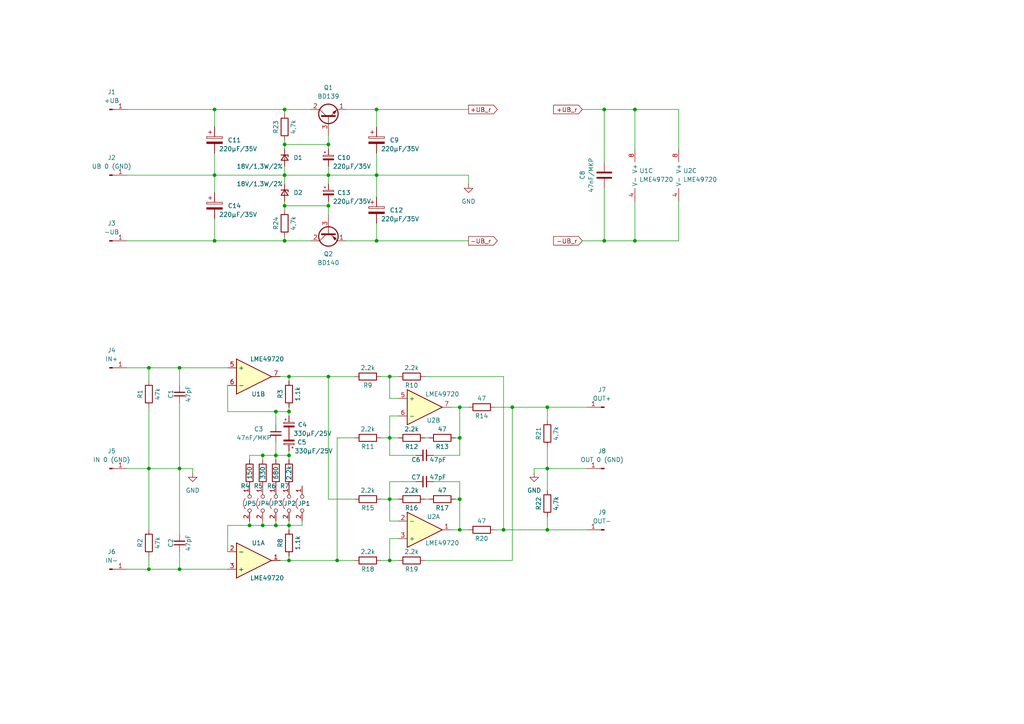
<source format=kicad_sch>
(kicad_sch (version 20211123) (generator eeschema)

  (uuid e63e39d7-6ac0-4ffd-8aa3-1841a4541b55)

  (paper "A4")

  (title_block
    (title "Thel Sym-Controller 'SYM-C' (as of 2016)")
    (rev "1.0")
    (comment 1 "except the GND output solderpins (using the thick ones [2mm] here)")
    (comment 2 "PCB is not the original -> but like the original = exactly the same component placement")
    (comment 3 "1 layer PCB / all THT components")
  )

  (lib_symbols
    (symbol "Connector:Conn_01x01_Male" (pin_names (offset 1.016) hide) (in_bom yes) (on_board yes)
      (property "Reference" "J" (id 0) (at 0 2.54 0)
        (effects (font (size 1.27 1.27)))
      )
      (property "Value" "Conn_01x01_Male" (id 1) (at 0 -2.54 0)
        (effects (font (size 1.27 1.27)))
      )
      (property "Footprint" "" (id 2) (at 0 0 0)
        (effects (font (size 1.27 1.27)) hide)
      )
      (property "Datasheet" "~" (id 3) (at 0 0 0)
        (effects (font (size 1.27 1.27)) hide)
      )
      (property "ki_keywords" "connector" (id 4) (at 0 0 0)
        (effects (font (size 1.27 1.27)) hide)
      )
      (property "ki_description" "Generic connector, single row, 01x01, script generated (kicad-library-utils/schlib/autogen/connector/)" (id 5) (at 0 0 0)
        (effects (font (size 1.27 1.27)) hide)
      )
      (property "ki_fp_filters" "Connector*:*" (id 6) (at 0 0 0)
        (effects (font (size 1.27 1.27)) hide)
      )
      (symbol "Conn_01x01_Male_1_1"
        (polyline
          (pts
            (xy 1.27 0)
            (xy 0.8636 0)
          )
          (stroke (width 0.1524) (type default) (color 0 0 0 0))
          (fill (type none))
        )
        (rectangle (start 0.8636 0.127) (end 0 -0.127)
          (stroke (width 0.1524) (type default) (color 0 0 0 0))
          (fill (type outline))
        )
        (pin passive line (at 5.08 0 180) (length 3.81)
          (name "Pin_1" (effects (font (size 1.27 1.27))))
          (number "1" (effects (font (size 1.27 1.27))))
        )
      )
    )
    (symbol "Device:C" (pin_numbers hide) (pin_names (offset 0.254)) (in_bom yes) (on_board yes)
      (property "Reference" "C" (id 0) (at 0.635 2.54 0)
        (effects (font (size 1.27 1.27)) (justify left))
      )
      (property "Value" "C" (id 1) (at 0.635 -2.54 0)
        (effects (font (size 1.27 1.27)) (justify left))
      )
      (property "Footprint" "" (id 2) (at 0.9652 -3.81 0)
        (effects (font (size 1.27 1.27)) hide)
      )
      (property "Datasheet" "~" (id 3) (at 0 0 0)
        (effects (font (size 1.27 1.27)) hide)
      )
      (property "ki_keywords" "cap capacitor" (id 4) (at 0 0 0)
        (effects (font (size 1.27 1.27)) hide)
      )
      (property "ki_description" "Unpolarized capacitor" (id 5) (at 0 0 0)
        (effects (font (size 1.27 1.27)) hide)
      )
      (property "ki_fp_filters" "C_*" (id 6) (at 0 0 0)
        (effects (font (size 1.27 1.27)) hide)
      )
      (symbol "C_0_1"
        (polyline
          (pts
            (xy -2.032 -0.762)
            (xy 2.032 -0.762)
          )
          (stroke (width 0.508) (type default) (color 0 0 0 0))
          (fill (type none))
        )
        (polyline
          (pts
            (xy -2.032 0.762)
            (xy 2.032 0.762)
          )
          (stroke (width 0.508) (type default) (color 0 0 0 0))
          (fill (type none))
        )
      )
      (symbol "C_1_1"
        (pin passive line (at 0 3.81 270) (length 2.794)
          (name "~" (effects (font (size 1.27 1.27))))
          (number "1" (effects (font (size 1.27 1.27))))
        )
        (pin passive line (at 0 -3.81 90) (length 2.794)
          (name "~" (effects (font (size 1.27 1.27))))
          (number "2" (effects (font (size 1.27 1.27))))
        )
      )
    )
    (symbol "Device:C_Polarized" (pin_numbers hide) (pin_names (offset 0.254)) (in_bom yes) (on_board yes)
      (property "Reference" "C" (id 0) (at 0.635 2.54 0)
        (effects (font (size 1.27 1.27)) (justify left))
      )
      (property "Value" "C_Polarized" (id 1) (at 0.635 -2.54 0)
        (effects (font (size 1.27 1.27)) (justify left))
      )
      (property "Footprint" "" (id 2) (at 0.9652 -3.81 0)
        (effects (font (size 1.27 1.27)) hide)
      )
      (property "Datasheet" "~" (id 3) (at 0 0 0)
        (effects (font (size 1.27 1.27)) hide)
      )
      (property "ki_keywords" "cap capacitor" (id 4) (at 0 0 0)
        (effects (font (size 1.27 1.27)) hide)
      )
      (property "ki_description" "Polarized capacitor" (id 5) (at 0 0 0)
        (effects (font (size 1.27 1.27)) hide)
      )
      (property "ki_fp_filters" "CP_*" (id 6) (at 0 0 0)
        (effects (font (size 1.27 1.27)) hide)
      )
      (symbol "C_Polarized_0_1"
        (rectangle (start -2.286 0.508) (end 2.286 1.016)
          (stroke (width 0) (type default) (color 0 0 0 0))
          (fill (type none))
        )
        (polyline
          (pts
            (xy -1.778 2.286)
            (xy -0.762 2.286)
          )
          (stroke (width 0) (type default) (color 0 0 0 0))
          (fill (type none))
        )
        (polyline
          (pts
            (xy -1.27 2.794)
            (xy -1.27 1.778)
          )
          (stroke (width 0) (type default) (color 0 0 0 0))
          (fill (type none))
        )
        (rectangle (start 2.286 -0.508) (end -2.286 -1.016)
          (stroke (width 0) (type default) (color 0 0 0 0))
          (fill (type outline))
        )
      )
      (symbol "C_Polarized_1_1"
        (pin passive line (at 0 3.81 270) (length 2.794)
          (name "~" (effects (font (size 1.27 1.27))))
          (number "1" (effects (font (size 1.27 1.27))))
        )
        (pin passive line (at 0 -3.81 90) (length 2.794)
          (name "~" (effects (font (size 1.27 1.27))))
          (number "2" (effects (font (size 1.27 1.27))))
        )
      )
    )
    (symbol "Device:C_Polarized_Small" (pin_numbers hide) (pin_names (offset 0.254) hide) (in_bom yes) (on_board yes)
      (property "Reference" "C" (id 0) (at 0.254 1.778 0)
        (effects (font (size 1.27 1.27)) (justify left))
      )
      (property "Value" "C_Polarized_Small" (id 1) (at 0.254 -2.032 0)
        (effects (font (size 1.27 1.27)) (justify left))
      )
      (property "Footprint" "" (id 2) (at 0 0 0)
        (effects (font (size 1.27 1.27)) hide)
      )
      (property "Datasheet" "~" (id 3) (at 0 0 0)
        (effects (font (size 1.27 1.27)) hide)
      )
      (property "ki_keywords" "cap capacitor" (id 4) (at 0 0 0)
        (effects (font (size 1.27 1.27)) hide)
      )
      (property "ki_description" "Polarized capacitor, small symbol" (id 5) (at 0 0 0)
        (effects (font (size 1.27 1.27)) hide)
      )
      (property "ki_fp_filters" "CP_*" (id 6) (at 0 0 0)
        (effects (font (size 1.27 1.27)) hide)
      )
      (symbol "C_Polarized_Small_0_1"
        (rectangle (start -1.524 -0.3048) (end 1.524 -0.6858)
          (stroke (width 0) (type default) (color 0 0 0 0))
          (fill (type outline))
        )
        (rectangle (start -1.524 0.6858) (end 1.524 0.3048)
          (stroke (width 0) (type default) (color 0 0 0 0))
          (fill (type none))
        )
        (polyline
          (pts
            (xy -1.27 1.524)
            (xy -0.762 1.524)
          )
          (stroke (width 0) (type default) (color 0 0 0 0))
          (fill (type none))
        )
        (polyline
          (pts
            (xy -1.016 1.27)
            (xy -1.016 1.778)
          )
          (stroke (width 0) (type default) (color 0 0 0 0))
          (fill (type none))
        )
      )
      (symbol "C_Polarized_Small_1_1"
        (pin passive line (at 0 2.54 270) (length 1.8542)
          (name "~" (effects (font (size 1.27 1.27))))
          (number "1" (effects (font (size 1.27 1.27))))
        )
        (pin passive line (at 0 -2.54 90) (length 1.8542)
          (name "~" (effects (font (size 1.27 1.27))))
          (number "2" (effects (font (size 1.27 1.27))))
        )
      )
    )
    (symbol "Device:C_Small" (pin_numbers hide) (pin_names (offset 0.254) hide) (in_bom yes) (on_board yes)
      (property "Reference" "C" (id 0) (at 0.254 1.778 0)
        (effects (font (size 1.27 1.27)) (justify left))
      )
      (property "Value" "C_Small" (id 1) (at 0.254 -2.032 0)
        (effects (font (size 1.27 1.27)) (justify left))
      )
      (property "Footprint" "" (id 2) (at 0 0 0)
        (effects (font (size 1.27 1.27)) hide)
      )
      (property "Datasheet" "~" (id 3) (at 0 0 0)
        (effects (font (size 1.27 1.27)) hide)
      )
      (property "ki_keywords" "capacitor cap" (id 4) (at 0 0 0)
        (effects (font (size 1.27 1.27)) hide)
      )
      (property "ki_description" "Unpolarized capacitor, small symbol" (id 5) (at 0 0 0)
        (effects (font (size 1.27 1.27)) hide)
      )
      (property "ki_fp_filters" "C_*" (id 6) (at 0 0 0)
        (effects (font (size 1.27 1.27)) hide)
      )
      (symbol "C_Small_0_1"
        (polyline
          (pts
            (xy -1.524 -0.508)
            (xy 1.524 -0.508)
          )
          (stroke (width 0.3302) (type default) (color 0 0 0 0))
          (fill (type none))
        )
        (polyline
          (pts
            (xy -1.524 0.508)
            (xy 1.524 0.508)
          )
          (stroke (width 0.3048) (type default) (color 0 0 0 0))
          (fill (type none))
        )
      )
      (symbol "C_Small_1_1"
        (pin passive line (at 0 2.54 270) (length 2.032)
          (name "~" (effects (font (size 1.27 1.27))))
          (number "1" (effects (font (size 1.27 1.27))))
        )
        (pin passive line (at 0 -2.54 90) (length 2.032)
          (name "~" (effects (font (size 1.27 1.27))))
          (number "2" (effects (font (size 1.27 1.27))))
        )
      )
    )
    (symbol "Device:D_Zener_Small" (pin_numbers hide) (pin_names (offset 0.254) hide) (in_bom yes) (on_board yes)
      (property "Reference" "D" (id 0) (at 0 2.286 0)
        (effects (font (size 1.27 1.27)))
      )
      (property "Value" "D_Zener_Small" (id 1) (at 0 -2.286 0)
        (effects (font (size 1.27 1.27)))
      )
      (property "Footprint" "" (id 2) (at 0 0 90)
        (effects (font (size 1.27 1.27)) hide)
      )
      (property "Datasheet" "~" (id 3) (at 0 0 90)
        (effects (font (size 1.27 1.27)) hide)
      )
      (property "ki_keywords" "diode" (id 4) (at 0 0 0)
        (effects (font (size 1.27 1.27)) hide)
      )
      (property "ki_description" "Zener diode, small symbol" (id 5) (at 0 0 0)
        (effects (font (size 1.27 1.27)) hide)
      )
      (property "ki_fp_filters" "TO-???* *_Diode_* *SingleDiode* D_*" (id 6) (at 0 0 0)
        (effects (font (size 1.27 1.27)) hide)
      )
      (symbol "D_Zener_Small_0_1"
        (polyline
          (pts
            (xy 0.762 0)
            (xy -0.762 0)
          )
          (stroke (width 0) (type default) (color 0 0 0 0))
          (fill (type none))
        )
        (polyline
          (pts
            (xy -0.254 1.016)
            (xy -0.762 1.016)
            (xy -0.762 -1.016)
          )
          (stroke (width 0.254) (type default) (color 0 0 0 0))
          (fill (type none))
        )
        (polyline
          (pts
            (xy 0.762 1.016)
            (xy -0.762 0)
            (xy 0.762 -1.016)
            (xy 0.762 1.016)
          )
          (stroke (width 0.254) (type default) (color 0 0 0 0))
          (fill (type none))
        )
      )
      (symbol "D_Zener_Small_1_1"
        (pin passive line (at -2.54 0 0) (length 1.778)
          (name "K" (effects (font (size 1.27 1.27))))
          (number "1" (effects (font (size 1.27 1.27))))
        )
        (pin passive line (at 2.54 0 180) (length 1.778)
          (name "A" (effects (font (size 1.27 1.27))))
          (number "2" (effects (font (size 1.27 1.27))))
        )
      )
    )
    (symbol "Device:Opamp_Dual" (in_bom yes) (on_board yes)
      (property "Reference" "U" (id 0) (at 0 5.08 0)
        (effects (font (size 1.27 1.27)) (justify left))
      )
      (property "Value" "Opamp_Dual" (id 1) (at 0 -5.08 0)
        (effects (font (size 1.27 1.27)) (justify left))
      )
      (property "Footprint" "" (id 2) (at 0 0 0)
        (effects (font (size 1.27 1.27)) hide)
      )
      (property "Datasheet" "~" (id 3) (at 0 0 0)
        (effects (font (size 1.27 1.27)) hide)
      )
      (property "ki_locked" "" (id 4) (at 0 0 0)
        (effects (font (size 1.27 1.27)))
      )
      (property "ki_keywords" "dual opamp" (id 5) (at 0 0 0)
        (effects (font (size 1.27 1.27)) hide)
      )
      (property "ki_description" "Dual operational amplifier" (id 6) (at 0 0 0)
        (effects (font (size 1.27 1.27)) hide)
      )
      (property "ki_fp_filters" "SOIC*3.9x4.9mm*P1.27mm* DIP*W7.62mm* MSOP*3x3mm*P0.65mm* SSOP*2.95x2.8mm*P0.65mm* TSSOP*3x3mm*P0.65mm* VSSOP*P0.5mm* TO?99*" (id 7) (at 0 0 0)
        (effects (font (size 1.27 1.27)) hide)
      )
      (symbol "Opamp_Dual_1_1"
        (polyline
          (pts
            (xy -5.08 5.08)
            (xy 5.08 0)
            (xy -5.08 -5.08)
            (xy -5.08 5.08)
          )
          (stroke (width 0.254) (type default) (color 0 0 0 0))
          (fill (type background))
        )
        (pin output line (at 7.62 0 180) (length 2.54)
          (name "~" (effects (font (size 1.27 1.27))))
          (number "1" (effects (font (size 1.27 1.27))))
        )
        (pin input line (at -7.62 -2.54 0) (length 2.54)
          (name "-" (effects (font (size 1.27 1.27))))
          (number "2" (effects (font (size 1.27 1.27))))
        )
        (pin input line (at -7.62 2.54 0) (length 2.54)
          (name "+" (effects (font (size 1.27 1.27))))
          (number "3" (effects (font (size 1.27 1.27))))
        )
      )
      (symbol "Opamp_Dual_2_1"
        (polyline
          (pts
            (xy -5.08 5.08)
            (xy 5.08 0)
            (xy -5.08 -5.08)
            (xy -5.08 5.08)
          )
          (stroke (width 0.254) (type default) (color 0 0 0 0))
          (fill (type background))
        )
        (pin input line (at -7.62 2.54 0) (length 2.54)
          (name "+" (effects (font (size 1.27 1.27))))
          (number "5" (effects (font (size 1.27 1.27))))
        )
        (pin input line (at -7.62 -2.54 0) (length 2.54)
          (name "-" (effects (font (size 1.27 1.27))))
          (number "6" (effects (font (size 1.27 1.27))))
        )
        (pin output line (at 7.62 0 180) (length 2.54)
          (name "~" (effects (font (size 1.27 1.27))))
          (number "7" (effects (font (size 1.27 1.27))))
        )
      )
      (symbol "Opamp_Dual_3_1"
        (pin power_in line (at -2.54 -7.62 90) (length 3.81)
          (name "V-" (effects (font (size 1.27 1.27))))
          (number "4" (effects (font (size 1.27 1.27))))
        )
        (pin power_in line (at -2.54 7.62 270) (length 3.81)
          (name "V+" (effects (font (size 1.27 1.27))))
          (number "8" (effects (font (size 1.27 1.27))))
        )
      )
    )
    (symbol "Device:R" (pin_numbers hide) (pin_names (offset 0)) (in_bom yes) (on_board yes)
      (property "Reference" "R" (id 0) (at 2.032 0 90)
        (effects (font (size 1.27 1.27)))
      )
      (property "Value" "R" (id 1) (at 0 0 90)
        (effects (font (size 1.27 1.27)))
      )
      (property "Footprint" "" (id 2) (at -1.778 0 90)
        (effects (font (size 1.27 1.27)) hide)
      )
      (property "Datasheet" "~" (id 3) (at 0 0 0)
        (effects (font (size 1.27 1.27)) hide)
      )
      (property "ki_keywords" "R res resistor" (id 4) (at 0 0 0)
        (effects (font (size 1.27 1.27)) hide)
      )
      (property "ki_description" "Resistor" (id 5) (at 0 0 0)
        (effects (font (size 1.27 1.27)) hide)
      )
      (property "ki_fp_filters" "R_*" (id 6) (at 0 0 0)
        (effects (font (size 1.27 1.27)) hide)
      )
      (symbol "R_0_1"
        (rectangle (start -1.016 -2.54) (end 1.016 2.54)
          (stroke (width 0.254) (type default) (color 0 0 0 0))
          (fill (type none))
        )
      )
      (symbol "R_1_1"
        (pin passive line (at 0 3.81 270) (length 1.27)
          (name "~" (effects (font (size 1.27 1.27))))
          (number "1" (effects (font (size 1.27 1.27))))
        )
        (pin passive line (at 0 -3.81 90) (length 1.27)
          (name "~" (effects (font (size 1.27 1.27))))
          (number "2" (effects (font (size 1.27 1.27))))
        )
      )
    )
    (symbol "Jumper:Jumper_2_Open" (pin_names (offset 0) hide) (in_bom yes) (on_board yes)
      (property "Reference" "JP" (id 0) (at 0 2.794 0)
        (effects (font (size 1.27 1.27)))
      )
      (property "Value" "Jumper_2_Open" (id 1) (at 0 -2.286 0)
        (effects (font (size 1.27 1.27)))
      )
      (property "Footprint" "" (id 2) (at 0 0 0)
        (effects (font (size 1.27 1.27)) hide)
      )
      (property "Datasheet" "~" (id 3) (at 0 0 0)
        (effects (font (size 1.27 1.27)) hide)
      )
      (property "ki_keywords" "Jumper SPST" (id 4) (at 0 0 0)
        (effects (font (size 1.27 1.27)) hide)
      )
      (property "ki_description" "Jumper, 2-pole, open" (id 5) (at 0 0 0)
        (effects (font (size 1.27 1.27)) hide)
      )
      (property "ki_fp_filters" "Jumper* TestPoint*2Pads* TestPoint*Bridge*" (id 6) (at 0 0 0)
        (effects (font (size 1.27 1.27)) hide)
      )
      (symbol "Jumper_2_Open_0_0"
        (circle (center -2.032 0) (radius 0.508)
          (stroke (width 0) (type default) (color 0 0 0 0))
          (fill (type none))
        )
        (circle (center 2.032 0) (radius 0.508)
          (stroke (width 0) (type default) (color 0 0 0 0))
          (fill (type none))
        )
      )
      (symbol "Jumper_2_Open_0_1"
        (arc (start 1.524 1.27) (mid 0 1.778) (end -1.524 1.27)
          (stroke (width 0) (type default) (color 0 0 0 0))
          (fill (type none))
        )
      )
      (symbol "Jumper_2_Open_1_1"
        (pin passive line (at -5.08 0 0) (length 2.54)
          (name "A" (effects (font (size 1.27 1.27))))
          (number "1" (effects (font (size 1.27 1.27))))
        )
        (pin passive line (at 5.08 0 180) (length 2.54)
          (name "B" (effects (font (size 1.27 1.27))))
          (number "2" (effects (font (size 1.27 1.27))))
        )
      )
    )
    (symbol "Transistor_BJT:BD139" (pin_names (offset 0) hide) (in_bom yes) (on_board yes)
      (property "Reference" "Q" (id 0) (at 5.08 1.905 0)
        (effects (font (size 1.27 1.27)) (justify left))
      )
      (property "Value" "BD139" (id 1) (at 5.08 0 0)
        (effects (font (size 1.27 1.27)) (justify left))
      )
      (property "Footprint" "Package_TO_SOT_THT:TO-126-3_Vertical" (id 2) (at 5.08 -1.905 0)
        (effects (font (size 1.27 1.27) italic) (justify left) hide)
      )
      (property "Datasheet" "http://www.st.com/internet/com/TECHNICAL_RESOURCES/TECHNICAL_LITERATURE/DATASHEET/CD00001225.pdf" (id 3) (at 0 0 0)
        (effects (font (size 1.27 1.27)) (justify left) hide)
      )
      (property "ki_keywords" "Low Voltage Transistor" (id 4) (at 0 0 0)
        (effects (font (size 1.27 1.27)) hide)
      )
      (property "ki_description" "1.5A Ic, 80V Vce, Low Voltage Transistor, TO-126" (id 5) (at 0 0 0)
        (effects (font (size 1.27 1.27)) hide)
      )
      (property "ki_fp_filters" "TO?126*" (id 6) (at 0 0 0)
        (effects (font (size 1.27 1.27)) hide)
      )
      (symbol "BD139_0_1"
        (polyline
          (pts
            (xy 0 0)
            (xy 0.635 0)
          )
          (stroke (width 0) (type default) (color 0 0 0 0))
          (fill (type none))
        )
        (polyline
          (pts
            (xy 2.54 -2.54)
            (xy 0.635 -0.635)
          )
          (stroke (width 0) (type default) (color 0 0 0 0))
          (fill (type none))
        )
        (polyline
          (pts
            (xy 2.54 2.54)
            (xy 0.635 0.635)
          )
          (stroke (width 0) (type default) (color 0 0 0 0))
          (fill (type none))
        )
        (polyline
          (pts
            (xy 0.635 1.905)
            (xy 0.635 -1.905)
            (xy 0.635 -1.905)
          )
          (stroke (width 0.508) (type default) (color 0 0 0 0))
          (fill (type outline))
        )
        (polyline
          (pts
            (xy 1.2446 -1.778)
            (xy 1.7526 -1.27)
            (xy 2.286 -2.286)
            (xy 1.2446 -1.778)
            (xy 1.2446 -1.778)
          )
          (stroke (width 0) (type default) (color 0 0 0 0))
          (fill (type outline))
        )
        (circle (center 1.27 0) (radius 2.8194)
          (stroke (width 0.3048) (type default) (color 0 0 0 0))
          (fill (type none))
        )
      )
      (symbol "BD139_1_1"
        (pin passive line (at 2.54 -5.08 90) (length 2.54)
          (name "E" (effects (font (size 1.27 1.27))))
          (number "1" (effects (font (size 1.27 1.27))))
        )
        (pin passive line (at 2.54 5.08 270) (length 2.54)
          (name "C" (effects (font (size 1.27 1.27))))
          (number "2" (effects (font (size 1.27 1.27))))
        )
        (pin input line (at -5.08 0 0) (length 5.08)
          (name "B" (effects (font (size 1.27 1.27))))
          (number "3" (effects (font (size 1.27 1.27))))
        )
      )
    )
    (symbol "Transistor_BJT:BD140" (pin_names (offset 0) hide) (in_bom yes) (on_board yes)
      (property "Reference" "Q" (id 0) (at 5.08 1.905 0)
        (effects (font (size 1.27 1.27)) (justify left))
      )
      (property "Value" "BD140" (id 1) (at 5.08 0 0)
        (effects (font (size 1.27 1.27)) (justify left))
      )
      (property "Footprint" "Package_TO_SOT_THT:TO-126-3_Vertical" (id 2) (at 5.08 -1.905 0)
        (effects (font (size 1.27 1.27) italic) (justify left) hide)
      )
      (property "Datasheet" "http://www.st.com/internet/com/TECHNICAL_RESOURCES/TECHNICAL_LITERATURE/DATASHEET/CD00001225.pdf" (id 3) (at 0 0 0)
        (effects (font (size 1.27 1.27)) (justify left) hide)
      )
      (property "ki_keywords" "Low Voltage Transistor" (id 4) (at 0 0 0)
        (effects (font (size 1.27 1.27)) hide)
      )
      (property "ki_description" "1.5A Ic, 80V Vce, Low Voltage Transistor, TO-126" (id 5) (at 0 0 0)
        (effects (font (size 1.27 1.27)) hide)
      )
      (property "ki_fp_filters" "TO?126*" (id 6) (at 0 0 0)
        (effects (font (size 1.27 1.27)) hide)
      )
      (symbol "BD140_0_1"
        (polyline
          (pts
            (xy 0 0)
            (xy 0.635 0)
          )
          (stroke (width 0) (type default) (color 0 0 0 0))
          (fill (type none))
        )
        (polyline
          (pts
            (xy 2.54 -2.54)
            (xy 0.635 -0.635)
          )
          (stroke (width 0) (type default) (color 0 0 0 0))
          (fill (type none))
        )
        (polyline
          (pts
            (xy 2.54 2.54)
            (xy 0.635 0.635)
          )
          (stroke (width 0) (type default) (color 0 0 0 0))
          (fill (type none))
        )
        (polyline
          (pts
            (xy 0.635 1.905)
            (xy 0.635 -1.905)
            (xy 0.635 -1.905)
          )
          (stroke (width 0.508) (type default) (color 0 0 0 0))
          (fill (type outline))
        )
        (polyline
          (pts
            (xy 1.778 -2.286)
            (xy 2.286 -1.778)
            (xy 1.27 -1.27)
            (xy 1.778 -2.286)
            (xy 1.778 -2.286)
          )
          (stroke (width 0) (type default) (color 0 0 0 0))
          (fill (type outline))
        )
        (circle (center 1.27 0) (radius 2.8194)
          (stroke (width 0.3048) (type default) (color 0 0 0 0))
          (fill (type none))
        )
      )
      (symbol "BD140_1_1"
        (pin passive line (at 2.54 -5.08 90) (length 2.54)
          (name "E" (effects (font (size 1.27 1.27))))
          (number "1" (effects (font (size 1.27 1.27))))
        )
        (pin passive line (at 2.54 5.08 270) (length 2.54)
          (name "C" (effects (font (size 1.27 1.27))))
          (number "2" (effects (font (size 1.27 1.27))))
        )
        (pin input line (at -5.08 0 0) (length 5.08)
          (name "B" (effects (font (size 1.27 1.27))))
          (number "3" (effects (font (size 1.27 1.27))))
        )
      )
    )
    (symbol "power:GND" (power) (pin_names (offset 0)) (in_bom yes) (on_board yes)
      (property "Reference" "#PWR" (id 0) (at 0 -6.35 0)
        (effects (font (size 1.27 1.27)) hide)
      )
      (property "Value" "GND" (id 1) (at 0 -3.81 0)
        (effects (font (size 1.27 1.27)))
      )
      (property "Footprint" "" (id 2) (at 0 0 0)
        (effects (font (size 1.27 1.27)) hide)
      )
      (property "Datasheet" "" (id 3) (at 0 0 0)
        (effects (font (size 1.27 1.27)) hide)
      )
      (property "ki_keywords" "power-flag" (id 4) (at 0 0 0)
        (effects (font (size 1.27 1.27)) hide)
      )
      (property "ki_description" "Power symbol creates a global label with name \"GND\" , ground" (id 5) (at 0 0 0)
        (effects (font (size 1.27 1.27)) hide)
      )
      (symbol "GND_0_1"
        (polyline
          (pts
            (xy 0 0)
            (xy 0 -1.27)
            (xy 1.27 -1.27)
            (xy 0 -2.54)
            (xy -1.27 -1.27)
            (xy 0 -1.27)
          )
          (stroke (width 0) (type default) (color 0 0 0 0))
          (fill (type none))
        )
      )
      (symbol "GND_1_1"
        (pin power_in line (at 0 0 270) (length 0) hide
          (name "GND" (effects (font (size 1.27 1.27))))
          (number "1" (effects (font (size 1.27 1.27))))
        )
      )
    )
  )

  (junction (at 82.55 41.91) (diameter 0) (color 0 0 0 0)
    (uuid 02013c95-dcc5-4581-b3a0-43c40f675f42)
  )
  (junction (at 83.82 132.08) (diameter 0) (color 0 0 0 0)
    (uuid 04fe916e-80a2-4e23-aba9-b13371f9654f)
  )
  (junction (at 113.03 109.22) (diameter 0) (color 0 0 0 0)
    (uuid 0d304a90-a382-40d2-8300-4ead88857102)
  )
  (junction (at 95.25 50.8) (diameter 0) (color 0 0 0 0)
    (uuid 13591ffb-3caa-4622-b791-269ff2a3549e)
  )
  (junction (at 82.55 31.75) (diameter 0) (color 0 0 0 0)
    (uuid 1484c8a8-f62e-4bd2-bf51-d4b657aaf833)
  )
  (junction (at 80.01 132.08) (diameter 0) (color 0 0 0 0)
    (uuid 17461136-5107-4392-9bd2-dee748700b8c)
  )
  (junction (at 76.2 152.4) (diameter 0) (color 0 0 0 0)
    (uuid 183a8cf8-df09-47cf-978f-83a1e7dacd5c)
  )
  (junction (at 133.35 118.11) (diameter 0) (color 0 0 0 0)
    (uuid 22ce679c-9e04-45b1-9bfe-149b05972c7e)
  )
  (junction (at 113.03 162.56) (diameter 0) (color 0 0 0 0)
    (uuid 32adae36-0e96-4e2d-9e1d-d3c4a6e94d56)
  )
  (junction (at 175.26 31.75) (diameter 0) (color 0 0 0 0)
    (uuid 3d54697e-faaa-4009-9689-945d85410ab8)
  )
  (junction (at 80.01 119.38) (diameter 0) (color 0 0 0 0)
    (uuid 3fa2e371-7e08-4868-8152-0f69580dcae3)
  )
  (junction (at 184.15 69.85) (diameter 0) (color 0 0 0 0)
    (uuid 3fdc1e7f-7763-4d8a-9778-b21a493abf63)
  )
  (junction (at 52.07 165.1) (diameter 0) (color 0 0 0 0)
    (uuid 40d928e7-5df0-48f5-aac2-84cad07c05e6)
  )
  (junction (at 82.55 69.85) (diameter 0) (color 0 0 0 0)
    (uuid 4737d8f5-fa8c-407b-83a8-89ebbb459b6e)
  )
  (junction (at 97.79 162.56) (diameter 0) (color 0 0 0 0)
    (uuid 48e434df-d1b3-4a4b-a474-470158dcb4b8)
  )
  (junction (at 43.18 135.89) (diameter 0) (color 0 0 0 0)
    (uuid 4a4b5a10-8834-436d-9059-6f397f84b557)
  )
  (junction (at 62.23 50.8) (diameter 0) (color 0 0 0 0)
    (uuid 4c1b4852-adfa-4bf1-a991-4e2de6a92158)
  )
  (junction (at 133.35 127) (diameter 0) (color 0 0 0 0)
    (uuid 4d0352f9-a099-4972-9abe-d7d7f1f77825)
  )
  (junction (at 109.22 69.85) (diameter 0) (color 0 0 0 0)
    (uuid 593f8348-ea05-4f6d-a3f8-afab7cb23b64)
  )
  (junction (at 175.26 69.85) (diameter 0) (color 0 0 0 0)
    (uuid 628e5956-8556-4c9b-afdb-b3ec27c1a660)
  )
  (junction (at 62.23 69.85) (diameter 0) (color 0 0 0 0)
    (uuid 64c95646-b0a6-4353-a696-4e981061b49c)
  )
  (junction (at 158.75 153.67) (diameter 0) (color 0 0 0 0)
    (uuid 65b9c339-f7d9-464a-8355-008a9709e291)
  )
  (junction (at 109.22 50.8) (diameter 0) (color 0 0 0 0)
    (uuid 6677b049-9c53-4ac4-b393-f7b10e10a96b)
  )
  (junction (at 43.18 165.1) (diameter 0) (color 0 0 0 0)
    (uuid 6bc9afa2-1fbb-44fe-8a32-3637aa2d46cd)
  )
  (junction (at 133.35 144.78) (diameter 0) (color 0 0 0 0)
    (uuid 71408646-150f-43e0-bf00-e01b358b4397)
  )
  (junction (at 83.82 152.4) (diameter 0) (color 0 0 0 0)
    (uuid 7e105456-f295-4b8c-ae85-85ae90cdd5b1)
  )
  (junction (at 146.05 153.67) (diameter 0) (color 0 0 0 0)
    (uuid 8f5a7c96-22fd-4d65-9189-97f48665d325)
  )
  (junction (at 113.03 144.78) (diameter 0) (color 0 0 0 0)
    (uuid 8ffc3b23-d892-431e-9c13-56fd149f0293)
  )
  (junction (at 83.82 109.22) (diameter 0) (color 0 0 0 0)
    (uuid 917fc2cc-abb4-4f85-8747-87ac6eab9c44)
  )
  (junction (at 109.22 31.75) (diameter 0) (color 0 0 0 0)
    (uuid 91829fd5-0b8a-4d0c-b949-178846a0596e)
  )
  (junction (at 62.23 31.75) (diameter 0) (color 0 0 0 0)
    (uuid 940ba638-28f1-423e-b7dd-d612cab717ba)
  )
  (junction (at 113.03 127) (diameter 0) (color 0 0 0 0)
    (uuid 96b5404a-c6d7-4481-9319-3c74e65bdf92)
  )
  (junction (at 83.82 119.38) (diameter 0) (color 0 0 0 0)
    (uuid 9bc30d75-eb23-4711-9294-463867376a39)
  )
  (junction (at 148.59 118.11) (diameter 0) (color 0 0 0 0)
    (uuid a900aa5b-3a6c-4b1e-86d5-cb54f9d25016)
  )
  (junction (at 82.55 50.8) (diameter 0) (color 0 0 0 0)
    (uuid aed58214-b760-47c7-8cca-09b7bb5954dc)
  )
  (junction (at 95.25 41.91) (diameter 0) (color 0 0 0 0)
    (uuid aff5880f-5626-4040-b09b-6dd977f29d64)
  )
  (junction (at 76.2 132.08) (diameter 0) (color 0 0 0 0)
    (uuid bd3ca1b2-ece4-4790-b8b4-5a3222fbea88)
  )
  (junction (at 95.25 109.22) (diameter 0) (color 0 0 0 0)
    (uuid c4e4b5b0-bf39-419a-8cdc-994fc9eabce6)
  )
  (junction (at 72.39 152.4) (diameter 0) (color 0 0 0 0)
    (uuid c6f91159-ba6c-4baa-aae0-a0a93234f3af)
  )
  (junction (at 52.07 135.89) (diameter 0) (color 0 0 0 0)
    (uuid c71795a6-10b6-4bc4-8886-af024340cdc8)
  )
  (junction (at 52.07 106.68) (diameter 0) (color 0 0 0 0)
    (uuid ca0735ad-d43a-4fa9-94d2-13567d1be6f5)
  )
  (junction (at 82.55 59.69) (diameter 0) (color 0 0 0 0)
    (uuid cd385693-38ab-48fc-9e2d-aee4f0379981)
  )
  (junction (at 158.75 118.11) (diameter 0) (color 0 0 0 0)
    (uuid ce212bec-2d07-4a25-968e-e93ea597437a)
  )
  (junction (at 184.15 31.75) (diameter 0) (color 0 0 0 0)
    (uuid d0d81467-d916-4102-bf8d-e6861eea610b)
  )
  (junction (at 158.75 135.89) (diameter 0) (color 0 0 0 0)
    (uuid e0ce6cb3-5c01-43ad-bab7-b796f3a1bb0f)
  )
  (junction (at 95.25 59.69) (diameter 0) (color 0 0 0 0)
    (uuid e181b6c2-abe9-47d7-997f-527973271187)
  )
  (junction (at 43.18 106.68) (diameter 0) (color 0 0 0 0)
    (uuid e81dfa6a-7bd2-4605-b019-5234a3fc0c8e)
  )
  (junction (at 133.35 153.67) (diameter 0) (color 0 0 0 0)
    (uuid f06cc9b1-3f67-48b5-8b99-6b0746a6a94b)
  )
  (junction (at 83.82 162.56) (diameter 0) (color 0 0 0 0)
    (uuid f2221f6c-b23b-41ee-91d1-da46dbd70f82)
  )
  (junction (at 80.01 152.4) (diameter 0) (color 0 0 0 0)
    (uuid fffca8fd-9cb2-4578-b29f-ca1981bf2a89)
  )

  (wire (pts (xy 82.55 68.58) (xy 82.55 69.85))
    (stroke (width 0) (type default) (color 0 0 0 0))
    (uuid 039a89c3-dc8b-4e35-a7d4-c224b384e981)
  )
  (wire (pts (xy 133.35 139.7) (xy 133.35 144.78))
    (stroke (width 0) (type default) (color 0 0 0 0))
    (uuid 054a05ab-31fc-4dd2-b617-ab47965b6696)
  )
  (wire (pts (xy 83.82 152.4) (xy 80.01 152.4))
    (stroke (width 0) (type default) (color 0 0 0 0))
    (uuid 06a78111-5e9e-4a2c-974d-6cb9536bc481)
  )
  (wire (pts (xy 148.59 118.11) (xy 148.59 162.56))
    (stroke (width 0) (type default) (color 0 0 0 0))
    (uuid 07b36b57-6ad4-4751-8967-4214568978cd)
  )
  (wire (pts (xy 52.07 165.1) (xy 66.04 165.1))
    (stroke (width 0) (type default) (color 0 0 0 0))
    (uuid 086781a5-2c27-465f-9d11-7752d2340967)
  )
  (wire (pts (xy 43.18 106.68) (xy 52.07 106.68))
    (stroke (width 0) (type default) (color 0 0 0 0))
    (uuid 0b7bc2b7-9be6-411d-9d97-8d8b141ca75c)
  )
  (wire (pts (xy 72.39 132.08) (xy 76.2 132.08))
    (stroke (width 0) (type default) (color 0 0 0 0))
    (uuid 0b878e28-61d5-415d-b30e-8ec063f450b8)
  )
  (wire (pts (xy 196.85 58.42) (xy 196.85 69.85))
    (stroke (width 0) (type default) (color 0 0 0 0))
    (uuid 0b8cf6bc-0e61-4d54-90ad-a1c38c667f86)
  )
  (wire (pts (xy 82.55 31.75) (xy 82.55 33.02))
    (stroke (width 0) (type default) (color 0 0 0 0))
    (uuid 0d53f229-c199-4fbe-8e56-69472b55b7f5)
  )
  (wire (pts (xy 72.39 152.4) (xy 72.39 151.13))
    (stroke (width 0) (type default) (color 0 0 0 0))
    (uuid 10dbeee4-5f5c-43bb-a5e5-3e897833e494)
  )
  (wire (pts (xy 175.26 31.75) (xy 184.15 31.75))
    (stroke (width 0) (type default) (color 0 0 0 0))
    (uuid 12894200-f6d3-4478-a256-8a020144a321)
  )
  (wire (pts (xy 113.03 127) (xy 115.57 127))
    (stroke (width 0) (type default) (color 0 0 0 0))
    (uuid 15702a6b-e4e0-4293-8d94-b379d37fd9ae)
  )
  (wire (pts (xy 80.01 152.4) (xy 80.01 151.13))
    (stroke (width 0) (type default) (color 0 0 0 0))
    (uuid 16ad3af4-89d5-43e6-8328-ab72502cbbdf)
  )
  (wire (pts (xy 87.63 152.4) (xy 87.63 151.13))
    (stroke (width 0) (type default) (color 0 0 0 0))
    (uuid 199204f2-5111-4a10-b7d6-79ca9fc8e3c9)
  )
  (wire (pts (xy 62.23 63.5) (xy 62.23 69.85))
    (stroke (width 0) (type default) (color 0 0 0 0))
    (uuid 1998ea76-a81b-46a5-b511-6ac9d508d66d)
  )
  (wire (pts (xy 43.18 161.29) (xy 43.18 165.1))
    (stroke (width 0) (type default) (color 0 0 0 0))
    (uuid 1a4b6f62-3e8e-4894-9d71-ea1b4afeb99d)
  )
  (wire (pts (xy 133.35 153.67) (xy 130.81 153.67))
    (stroke (width 0) (type default) (color 0 0 0 0))
    (uuid 1af341c9-fc04-4371-973b-9607c88df847)
  )
  (wire (pts (xy 66.04 111.76) (xy 66.04 119.38))
    (stroke (width 0) (type default) (color 0 0 0 0))
    (uuid 1b489461-4b35-452e-b88b-94985353530d)
  )
  (wire (pts (xy 83.82 162.56) (xy 83.82 161.29))
    (stroke (width 0) (type default) (color 0 0 0 0))
    (uuid 1be4f3ba-66d9-4dc9-ae0e-488c1210cf9e)
  )
  (wire (pts (xy 184.15 31.75) (xy 184.15 43.18))
    (stroke (width 0) (type default) (color 0 0 0 0))
    (uuid 1c923964-4747-4a4b-bee9-c88fd81f3a82)
  )
  (wire (pts (xy 83.82 153.67) (xy 83.82 152.4))
    (stroke (width 0) (type default) (color 0 0 0 0))
    (uuid 1e7ed85d-e389-45e6-a151-150b3659344b)
  )
  (wire (pts (xy 158.75 153.67) (xy 170.18 153.67))
    (stroke (width 0) (type default) (color 0 0 0 0))
    (uuid 1f3be259-2b20-447f-bb94-06e7eccf34ad)
  )
  (wire (pts (xy 82.55 31.75) (xy 90.17 31.75))
    (stroke (width 0) (type default) (color 0 0 0 0))
    (uuid 2378a9b0-8f31-455d-9d9d-fc4afc29c9c3)
  )
  (wire (pts (xy 83.82 132.08) (xy 83.82 130.81))
    (stroke (width 0) (type default) (color 0 0 0 0))
    (uuid 24b8e7cf-15ee-477c-b54b-66ca1ca7dff4)
  )
  (wire (pts (xy 146.05 109.22) (xy 123.19 109.22))
    (stroke (width 0) (type default) (color 0 0 0 0))
    (uuid 27fd2d96-faaa-44a2-9104-e07ca524e26a)
  )
  (wire (pts (xy 113.03 156.21) (xy 113.03 162.56))
    (stroke (width 0) (type default) (color 0 0 0 0))
    (uuid 2bc8754a-6e9b-4b6c-bc5a-cf6887a9035b)
  )
  (wire (pts (xy 52.07 135.89) (xy 55.88 135.89))
    (stroke (width 0) (type default) (color 0 0 0 0))
    (uuid 2d63e0ea-7daa-4bf2-929e-f8088388e0b9)
  )
  (wire (pts (xy 52.07 135.89) (xy 52.07 154.94))
    (stroke (width 0) (type default) (color 0 0 0 0))
    (uuid 2f619db8-2251-48c2-b3d2-0b31d9c6db3b)
  )
  (wire (pts (xy 148.59 118.11) (xy 158.75 118.11))
    (stroke (width 0) (type default) (color 0 0 0 0))
    (uuid 30db43bc-0b6c-43b4-a112-12ce46890042)
  )
  (wire (pts (xy 113.03 162.56) (xy 115.57 162.56))
    (stroke (width 0) (type default) (color 0 0 0 0))
    (uuid 33f70263-3bd1-49a1-b7bb-8638a8ba76e8)
  )
  (wire (pts (xy 95.25 144.78) (xy 95.25 109.22))
    (stroke (width 0) (type default) (color 0 0 0 0))
    (uuid 34b9d2e2-e7e4-403d-ae99-b5214f0eedff)
  )
  (wire (pts (xy 135.89 50.8) (xy 135.89 53.34))
    (stroke (width 0) (type default) (color 0 0 0 0))
    (uuid 37b287d1-81a2-4f5a-b55c-0296ed23e19d)
  )
  (wire (pts (xy 148.59 162.56) (xy 123.19 162.56))
    (stroke (width 0) (type default) (color 0 0 0 0))
    (uuid 39616fc1-e2a9-422b-b80e-67782d363429)
  )
  (wire (pts (xy 36.83 31.75) (xy 62.23 31.75))
    (stroke (width 0) (type default) (color 0 0 0 0))
    (uuid 3f61eb29-c0fe-4502-ac40-222eb933ad2c)
  )
  (wire (pts (xy 95.25 50.8) (xy 109.22 50.8))
    (stroke (width 0) (type default) (color 0 0 0 0))
    (uuid 3f8ea516-68cf-4379-ad20-f109d76e1116)
  )
  (wire (pts (xy 113.03 115.57) (xy 115.57 115.57))
    (stroke (width 0) (type default) (color 0 0 0 0))
    (uuid 3f979bfa-7971-48c2-9412-5a41f67a9b17)
  )
  (wire (pts (xy 133.35 127) (xy 133.35 118.11))
    (stroke (width 0) (type default) (color 0 0 0 0))
    (uuid 3fe14efd-cebd-4f5e-8835-6abf83942bd0)
  )
  (wire (pts (xy 97.79 127) (xy 97.79 162.56))
    (stroke (width 0) (type default) (color 0 0 0 0))
    (uuid 42d3f5dd-a2df-4ba0-bd6f-372148404c45)
  )
  (wire (pts (xy 158.75 149.86) (xy 158.75 153.67))
    (stroke (width 0) (type default) (color 0 0 0 0))
    (uuid 43b612ef-cefc-46b8-9737-42551daea753)
  )
  (wire (pts (xy 113.03 144.78) (xy 115.57 144.78))
    (stroke (width 0) (type default) (color 0 0 0 0))
    (uuid 441538f7-ac88-4476-b5a9-1f5ec775c272)
  )
  (wire (pts (xy 123.19 144.78) (xy 124.46 144.78))
    (stroke (width 0) (type default) (color 0 0 0 0))
    (uuid 45cba25b-fedf-4915-830e-8e548a636a9a)
  )
  (wire (pts (xy 76.2 132.08) (xy 76.2 133.35))
    (stroke (width 0) (type default) (color 0 0 0 0))
    (uuid 476953c7-0f88-4010-9f52-fbbb122e34ce)
  )
  (wire (pts (xy 113.03 139.7) (xy 120.65 139.7))
    (stroke (width 0) (type default) (color 0 0 0 0))
    (uuid 47b64c94-20ab-46bb-85d4-827f68b5057e)
  )
  (wire (pts (xy 154.94 135.89) (xy 154.94 137.16))
    (stroke (width 0) (type default) (color 0 0 0 0))
    (uuid 4864f006-953d-4d23-afad-3573a83ac151)
  )
  (wire (pts (xy 102.87 144.78) (xy 95.25 144.78))
    (stroke (width 0) (type default) (color 0 0 0 0))
    (uuid 48929246-0245-46e7-8ebb-99d6e4daea76)
  )
  (wire (pts (xy 158.75 118.11) (xy 158.75 121.92))
    (stroke (width 0) (type default) (color 0 0 0 0))
    (uuid 48b8eb07-1048-4ca8-acbc-b179c09dfb02)
  )
  (wire (pts (xy 113.03 109.22) (xy 113.03 115.57))
    (stroke (width 0) (type default) (color 0 0 0 0))
    (uuid 4a1e5ef9-7f86-4630-af29-4695cc12907d)
  )
  (wire (pts (xy 83.82 152.4) (xy 83.82 151.13))
    (stroke (width 0) (type default) (color 0 0 0 0))
    (uuid 4a4124e1-cb42-483a-a75b-6d3ed49c132d)
  )
  (wire (pts (xy 76.2 132.08) (xy 80.01 132.08))
    (stroke (width 0) (type default) (color 0 0 0 0))
    (uuid 4a79a72d-97e7-4dff-aee2-adccdc72f02c)
  )
  (wire (pts (xy 82.55 48.26) (xy 82.55 50.8))
    (stroke (width 0) (type default) (color 0 0 0 0))
    (uuid 4d134b91-a451-45f1-8856-811a92e9da6b)
  )
  (wire (pts (xy 80.01 152.4) (xy 76.2 152.4))
    (stroke (width 0) (type default) (color 0 0 0 0))
    (uuid 5131aacf-39a8-42f7-a989-9ed0981cfcca)
  )
  (wire (pts (xy 62.23 44.45) (xy 62.23 50.8))
    (stroke (width 0) (type default) (color 0 0 0 0))
    (uuid 57ac315a-5565-46fc-a817-c760ad53b66b)
  )
  (wire (pts (xy 52.07 160.02) (xy 52.07 165.1))
    (stroke (width 0) (type default) (color 0 0 0 0))
    (uuid 599d5e37-ba43-47f1-96a1-bea33300d57a)
  )
  (wire (pts (xy 81.28 162.56) (xy 83.82 162.56))
    (stroke (width 0) (type default) (color 0 0 0 0))
    (uuid 5a8e384e-675c-4b0e-9882-2ef5a1886a35)
  )
  (wire (pts (xy 95.25 39.37) (xy 95.25 41.91))
    (stroke (width 0) (type default) (color 0 0 0 0))
    (uuid 5b2df489-a837-4f74-bb7b-8f55c244a73b)
  )
  (wire (pts (xy 113.03 132.08) (xy 120.65 132.08))
    (stroke (width 0) (type default) (color 0 0 0 0))
    (uuid 5c4f0179-8a6b-4814-9b5f-3562b16553ad)
  )
  (wire (pts (xy 133.35 144.78) (xy 133.35 153.67))
    (stroke (width 0) (type default) (color 0 0 0 0))
    (uuid 5db8fe96-d775-44ff-aa2f-7a07940f2f96)
  )
  (wire (pts (xy 36.83 50.8) (xy 62.23 50.8))
    (stroke (width 0) (type default) (color 0 0 0 0))
    (uuid 5de10afc-2765-43a3-9253-357bdbdac7ff)
  )
  (wire (pts (xy 146.05 153.67) (xy 146.05 109.22))
    (stroke (width 0) (type default) (color 0 0 0 0))
    (uuid 5e90ca11-0073-4e39-91f4-fad1fc73fa48)
  )
  (wire (pts (xy 184.15 58.42) (xy 184.15 69.85))
    (stroke (width 0) (type default) (color 0 0 0 0))
    (uuid 5f5237c4-ac68-490f-86e5-5496b667ab4c)
  )
  (wire (pts (xy 52.07 116.84) (xy 52.07 135.89))
    (stroke (width 0) (type default) (color 0 0 0 0))
    (uuid 5fc824ed-af65-46b9-8135-6bee49912884)
  )
  (wire (pts (xy 95.25 58.42) (xy 95.25 59.69))
    (stroke (width 0) (type default) (color 0 0 0 0))
    (uuid 60dda6f5-49eb-448c-bb18-018b45a3a2ad)
  )
  (wire (pts (xy 110.49 109.22) (xy 113.03 109.22))
    (stroke (width 0) (type default) (color 0 0 0 0))
    (uuid 6391c3c1-0bda-4370-9ec9-c5a4d750cb71)
  )
  (wire (pts (xy 82.55 69.85) (xy 90.17 69.85))
    (stroke (width 0) (type default) (color 0 0 0 0))
    (uuid 699f0f50-e72a-4552-97e5-c88115d311bb)
  )
  (wire (pts (xy 83.82 152.4) (xy 87.63 152.4))
    (stroke (width 0) (type default) (color 0 0 0 0))
    (uuid 69b22841-5bd0-4b01-8299-bdea90183dd2)
  )
  (wire (pts (xy 36.83 69.85) (xy 62.23 69.85))
    (stroke (width 0) (type default) (color 0 0 0 0))
    (uuid 6accb518-3e68-4eea-991e-ec82b8e0ce20)
  )
  (wire (pts (xy 113.03 120.65) (xy 113.03 127))
    (stroke (width 0) (type default) (color 0 0 0 0))
    (uuid 6c180a23-1a55-41e4-9b77-9dfb79308ecd)
  )
  (wire (pts (xy 146.05 153.67) (xy 158.75 153.67))
    (stroke (width 0) (type default) (color 0 0 0 0))
    (uuid 7355e87c-558a-454c-b3eb-a42a8802bcd5)
  )
  (wire (pts (xy 95.25 59.69) (xy 95.25 62.23))
    (stroke (width 0) (type default) (color 0 0 0 0))
    (uuid 73b7efdb-8d3b-4456-b9a5-0a1f17f49c1f)
  )
  (wire (pts (xy 55.88 135.89) (xy 55.88 137.16))
    (stroke (width 0) (type default) (color 0 0 0 0))
    (uuid 7697921b-ac83-4bc4-9042-e2800c780f3b)
  )
  (wire (pts (xy 109.22 50.8) (xy 109.22 57.15))
    (stroke (width 0) (type default) (color 0 0 0 0))
    (uuid 77ba8b52-5a95-4051-8d8d-242068cc6a5d)
  )
  (wire (pts (xy 95.25 109.22) (xy 102.87 109.22))
    (stroke (width 0) (type default) (color 0 0 0 0))
    (uuid 797a4fe7-7114-423c-aafb-01e2a20de67e)
  )
  (wire (pts (xy 36.83 165.1) (xy 43.18 165.1))
    (stroke (width 0) (type default) (color 0 0 0 0))
    (uuid 7b339d36-0432-45ef-a905-7c169d8bb52d)
  )
  (wire (pts (xy 123.19 127) (xy 124.46 127))
    (stroke (width 0) (type default) (color 0 0 0 0))
    (uuid 7ba7decf-bcf2-464c-b70e-64219aac7ced)
  )
  (wire (pts (xy 133.35 153.67) (xy 135.89 153.67))
    (stroke (width 0) (type default) (color 0 0 0 0))
    (uuid 7cf15ca7-c682-4863-8c2d-9665f1451384)
  )
  (wire (pts (xy 72.39 152.4) (xy 66.04 152.4))
    (stroke (width 0) (type default) (color 0 0 0 0))
    (uuid 7e1adcc7-168f-445d-a3fa-7622c40f3b01)
  )
  (wire (pts (xy 80.01 128.27) (xy 80.01 132.08))
    (stroke (width 0) (type default) (color 0 0 0 0))
    (uuid 7eb380a1-639b-40cf-996e-54664a362880)
  )
  (wire (pts (xy 109.22 31.75) (xy 109.22 36.83))
    (stroke (width 0) (type default) (color 0 0 0 0))
    (uuid 7ebe7893-d30a-4564-acfb-1448352421ca)
  )
  (wire (pts (xy 133.35 118.11) (xy 135.89 118.11))
    (stroke (width 0) (type default) (color 0 0 0 0))
    (uuid 81e31a3b-a660-4ac4-8101-a82f386ee58b)
  )
  (wire (pts (xy 133.35 127) (xy 132.08 127))
    (stroke (width 0) (type default) (color 0 0 0 0))
    (uuid 823d7560-ac77-4b25-b6da-0e3df61dd516)
  )
  (wire (pts (xy 43.18 106.68) (xy 43.18 110.49))
    (stroke (width 0) (type default) (color 0 0 0 0))
    (uuid 851b60b3-c3a8-403d-be9d-d0d08120d7e2)
  )
  (wire (pts (xy 143.51 118.11) (xy 148.59 118.11))
    (stroke (width 0) (type default) (color 0 0 0 0))
    (uuid 8673e247-2132-40bf-b6cf-8e2577dca3ac)
  )
  (wire (pts (xy 62.23 31.75) (xy 62.23 36.83))
    (stroke (width 0) (type default) (color 0 0 0 0))
    (uuid 87101c37-d8fe-4a90-96d5-35aa83947109)
  )
  (wire (pts (xy 43.18 118.11) (xy 43.18 135.89))
    (stroke (width 0) (type default) (color 0 0 0 0))
    (uuid 8939d609-aae0-4b72-92d8-0ab73c7d3c5f)
  )
  (wire (pts (xy 175.26 69.85) (xy 184.15 69.85))
    (stroke (width 0) (type default) (color 0 0 0 0))
    (uuid 89b799fe-a390-49dc-a6f1-f7d23c244042)
  )
  (wire (pts (xy 115.57 120.65) (xy 113.03 120.65))
    (stroke (width 0) (type default) (color 0 0 0 0))
    (uuid 8d5229b0-a4bd-415c-88d4-88dfa95739a2)
  )
  (wire (pts (xy 113.03 151.13) (xy 113.03 144.78))
    (stroke (width 0) (type default) (color 0 0 0 0))
    (uuid 8e837c09-d5da-4877-a3c6-5cecbf3d22d2)
  )
  (wire (pts (xy 196.85 43.18) (xy 196.85 31.75))
    (stroke (width 0) (type default) (color 0 0 0 0))
    (uuid 91b7f204-8548-462d-a092-8355cec81fba)
  )
  (wire (pts (xy 158.75 135.89) (xy 158.75 142.24))
    (stroke (width 0) (type default) (color 0 0 0 0))
    (uuid 929ffbd7-341e-4231-8a0b-7545d2c1e531)
  )
  (wire (pts (xy 168.91 31.75) (xy 175.26 31.75))
    (stroke (width 0) (type default) (color 0 0 0 0))
    (uuid 94908760-7e19-4c26-9d17-ebabc656b83d)
  )
  (wire (pts (xy 82.55 59.69) (xy 95.25 59.69))
    (stroke (width 0) (type default) (color 0 0 0 0))
    (uuid 95d54e87-6585-4006-92d6-923bd77879f4)
  )
  (wire (pts (xy 82.55 41.91) (xy 82.55 43.18))
    (stroke (width 0) (type default) (color 0 0 0 0))
    (uuid 964a5160-2d2c-444a-84d6-683fca6958ae)
  )
  (wire (pts (xy 154.94 135.89) (xy 158.75 135.89))
    (stroke (width 0) (type default) (color 0 0 0 0))
    (uuid 96c57cb2-35f2-46ef-b4ae-91c9d5a70acc)
  )
  (wire (pts (xy 66.04 152.4) (xy 66.04 160.02))
    (stroke (width 0) (type default) (color 0 0 0 0))
    (uuid 9839d470-9c90-41be-9c9e-88739e54f286)
  )
  (wire (pts (xy 168.91 69.85) (xy 175.26 69.85))
    (stroke (width 0) (type default) (color 0 0 0 0))
    (uuid 984317da-fbc2-47f9-8924-22988bb33918)
  )
  (wire (pts (xy 83.82 119.38) (xy 83.82 120.65))
    (stroke (width 0) (type default) (color 0 0 0 0))
    (uuid 992e17e6-a014-4481-b9ff-075707ab0c6e)
  )
  (wire (pts (xy 158.75 129.54) (xy 158.75 135.89))
    (stroke (width 0) (type default) (color 0 0 0 0))
    (uuid 9f9cde41-ea87-499e-ad9c-36cddaf8513c)
  )
  (wire (pts (xy 115.57 151.13) (xy 113.03 151.13))
    (stroke (width 0) (type default) (color 0 0 0 0))
    (uuid 9fc4313f-a764-4d19-a9f1-6430c6f5dc6e)
  )
  (wire (pts (xy 125.73 132.08) (xy 133.35 132.08))
    (stroke (width 0) (type default) (color 0 0 0 0))
    (uuid a008a3f1-fc1b-40b2-8271-e4c15f706e06)
  )
  (wire (pts (xy 80.01 119.38) (xy 80.01 123.19))
    (stroke (width 0) (type default) (color 0 0 0 0))
    (uuid a25774b5-8a52-4230-b1a5-77c18aa5aed7)
  )
  (wire (pts (xy 95.25 48.26) (xy 95.25 50.8))
    (stroke (width 0) (type default) (color 0 0 0 0))
    (uuid aa6cafef-00bd-441e-82fe-e66d9c60320a)
  )
  (wire (pts (xy 80.01 132.08) (xy 80.01 133.35))
    (stroke (width 0) (type default) (color 0 0 0 0))
    (uuid b04b13eb-fdcc-4722-90db-332b63b3236b)
  )
  (wire (pts (xy 158.75 135.89) (xy 170.18 135.89))
    (stroke (width 0) (type default) (color 0 0 0 0))
    (uuid b1017a08-4405-403f-92af-00b841f248a2)
  )
  (wire (pts (xy 83.82 110.49) (xy 83.82 109.22))
    (stroke (width 0) (type default) (color 0 0 0 0))
    (uuid b124f85b-13d8-4c1f-bc44-93e96cb98f5f)
  )
  (wire (pts (xy 175.26 54.61) (xy 175.26 69.85))
    (stroke (width 0) (type default) (color 0 0 0 0))
    (uuid b1b0b852-2ab8-4f5f-a7c9-cac7fa9d9255)
  )
  (wire (pts (xy 109.22 64.77) (xy 109.22 69.85))
    (stroke (width 0) (type default) (color 0 0 0 0))
    (uuid b385a308-a36f-41bf-9a6c-3ffb12e53051)
  )
  (wire (pts (xy 133.35 144.78) (xy 132.08 144.78))
    (stroke (width 0) (type default) (color 0 0 0 0))
    (uuid b47fbe80-ae08-4f45-bafa-6875b74acd52)
  )
  (wire (pts (xy 43.18 135.89) (xy 52.07 135.89))
    (stroke (width 0) (type default) (color 0 0 0 0))
    (uuid b48e61b1-119f-4941-baa6-4fc57f3b1d4f)
  )
  (wire (pts (xy 109.22 44.45) (xy 109.22 50.8))
    (stroke (width 0) (type default) (color 0 0 0 0))
    (uuid b5c4cc8d-b39c-4401-81ae-2c1e10540f42)
  )
  (wire (pts (xy 83.82 119.38) (xy 83.82 118.11))
    (stroke (width 0) (type default) (color 0 0 0 0))
    (uuid b60dad9f-420f-4aa3-8132-52bfb35452e7)
  )
  (wire (pts (xy 36.83 135.89) (xy 43.18 135.89))
    (stroke (width 0) (type default) (color 0 0 0 0))
    (uuid b75a15bc-ce68-4eac-b543-4b87fac8350a)
  )
  (wire (pts (xy 110.49 162.56) (xy 113.03 162.56))
    (stroke (width 0) (type default) (color 0 0 0 0))
    (uuid b9dff352-9b04-406b-9e4d-204d3acfd829)
  )
  (wire (pts (xy 196.85 31.75) (xy 184.15 31.75))
    (stroke (width 0) (type default) (color 0 0 0 0))
    (uuid bacb018c-4b1f-49bc-a40d-5c167ec404ab)
  )
  (wire (pts (xy 72.39 132.08) (xy 72.39 133.35))
    (stroke (width 0) (type default) (color 0 0 0 0))
    (uuid bb39a245-8d51-47b4-a3a0-319f67f5a293)
  )
  (wire (pts (xy 52.07 106.68) (xy 66.04 106.68))
    (stroke (width 0) (type default) (color 0 0 0 0))
    (uuid bd4ccc27-f227-4e0b-8d56-4c11e985abe7)
  )
  (wire (pts (xy 95.25 41.91) (xy 95.25 43.18))
    (stroke (width 0) (type default) (color 0 0 0 0))
    (uuid bd672514-7acb-4abb-8695-293c92b08476)
  )
  (wire (pts (xy 175.26 31.75) (xy 175.26 46.99))
    (stroke (width 0) (type default) (color 0 0 0 0))
    (uuid bf912f59-7d5d-47c4-b6d8-2b2beaf6c63b)
  )
  (wire (pts (xy 133.35 132.08) (xy 133.35 127))
    (stroke (width 0) (type default) (color 0 0 0 0))
    (uuid c295d1df-27cd-46c9-b018-8c24ff526286)
  )
  (wire (pts (xy 196.85 69.85) (xy 184.15 69.85))
    (stroke (width 0) (type default) (color 0 0 0 0))
    (uuid c3dd3555-b8a2-43af-b3f2-5fdfed12cdef)
  )
  (wire (pts (xy 109.22 50.8) (xy 135.89 50.8))
    (stroke (width 0) (type default) (color 0 0 0 0))
    (uuid c4dff7c2-b1e6-48f6-a7bb-6ae1080f5066)
  )
  (wire (pts (xy 102.87 127) (xy 97.79 127))
    (stroke (width 0) (type default) (color 0 0 0 0))
    (uuid c592247d-e0a9-4726-8144-fa1b0e96bebc)
  )
  (wire (pts (xy 82.55 50.8) (xy 95.25 50.8))
    (stroke (width 0) (type default) (color 0 0 0 0))
    (uuid c5a48e64-12b7-42f3-8f1e-f61088d94427)
  )
  (wire (pts (xy 62.23 69.85) (xy 82.55 69.85))
    (stroke (width 0) (type default) (color 0 0 0 0))
    (uuid c9587eb5-8419-4bd4-916b-f25094403827)
  )
  (wire (pts (xy 113.03 109.22) (xy 115.57 109.22))
    (stroke (width 0) (type default) (color 0 0 0 0))
    (uuid ca81ffa9-f7a5-4aab-ad6d-1b2ca32c6d62)
  )
  (wire (pts (xy 82.55 50.8) (xy 82.55 53.34))
    (stroke (width 0) (type default) (color 0 0 0 0))
    (uuid cd4a2ef3-981a-4e34-bdff-3214cbeb0a04)
  )
  (wire (pts (xy 62.23 50.8) (xy 62.23 55.88))
    (stroke (width 0) (type default) (color 0 0 0 0))
    (uuid cd68d27d-9643-4323-8920-d4cb1e6b604e)
  )
  (wire (pts (xy 36.83 106.68) (xy 43.18 106.68))
    (stroke (width 0) (type default) (color 0 0 0 0))
    (uuid cd851cc5-0019-4c12-96d4-55645533562c)
  )
  (wire (pts (xy 76.2 152.4) (xy 72.39 152.4))
    (stroke (width 0) (type default) (color 0 0 0 0))
    (uuid cdbddfc1-b5cc-494a-a3c0-63a82b10d341)
  )
  (wire (pts (xy 143.51 153.67) (xy 146.05 153.67))
    (stroke (width 0) (type default) (color 0 0 0 0))
    (uuid cf0ef556-aedb-474b-a156-f97885c6307b)
  )
  (wire (pts (xy 95.25 50.8) (xy 95.25 53.34))
    (stroke (width 0) (type default) (color 0 0 0 0))
    (uuid cf461d07-6390-46ed-8199-b028a9658509)
  )
  (wire (pts (xy 158.75 118.11) (xy 170.18 118.11))
    (stroke (width 0) (type default) (color 0 0 0 0))
    (uuid d00325d7-a796-4fb6-8862-920dba0d0342)
  )
  (wire (pts (xy 109.22 31.75) (xy 135.89 31.75))
    (stroke (width 0) (type default) (color 0 0 0 0))
    (uuid d0a98a84-2d2f-454a-b621-fb68a3f4696d)
  )
  (wire (pts (xy 43.18 165.1) (xy 52.07 165.1))
    (stroke (width 0) (type default) (color 0 0 0 0))
    (uuid d0ebd02d-4e35-4b6d-9850-62e226dcde82)
  )
  (wire (pts (xy 109.22 69.85) (xy 135.89 69.85))
    (stroke (width 0) (type default) (color 0 0 0 0))
    (uuid d219cb62-c771-405f-9fb6-dcedce40e2f0)
  )
  (wire (pts (xy 110.49 144.78) (xy 113.03 144.78))
    (stroke (width 0) (type default) (color 0 0 0 0))
    (uuid d22e2492-a178-4280-8657-fa6d2a119f0c)
  )
  (wire (pts (xy 110.49 127) (xy 113.03 127))
    (stroke (width 0) (type default) (color 0 0 0 0))
    (uuid d36179be-5ab8-4ecf-9e80-5cf790d66c08)
  )
  (wire (pts (xy 83.82 109.22) (xy 95.25 109.22))
    (stroke (width 0) (type default) (color 0 0 0 0))
    (uuid da178650-c168-4c06-a07a-ad9eff814ace)
  )
  (wire (pts (xy 62.23 50.8) (xy 82.55 50.8))
    (stroke (width 0) (type default) (color 0 0 0 0))
    (uuid dcf5633f-3221-4a81-a601-2e0828732ed2)
  )
  (wire (pts (xy 97.79 162.56) (xy 102.87 162.56))
    (stroke (width 0) (type default) (color 0 0 0 0))
    (uuid dd2ad365-a71a-42ae-9adf-114da69a480c)
  )
  (wire (pts (xy 82.55 41.91) (xy 95.25 41.91))
    (stroke (width 0) (type default) (color 0 0 0 0))
    (uuid decc364b-f3c9-49d2-97af-aef88771930e)
  )
  (wire (pts (xy 62.23 31.75) (xy 82.55 31.75))
    (stroke (width 0) (type default) (color 0 0 0 0))
    (uuid dff22249-2e63-4039-ad30-1cde89077ab5)
  )
  (wire (pts (xy 125.73 139.7) (xy 133.35 139.7))
    (stroke (width 0) (type default) (color 0 0 0 0))
    (uuid e43eaa87-95f8-430f-9c17-7d0781239552)
  )
  (wire (pts (xy 43.18 135.89) (xy 43.18 153.67))
    (stroke (width 0) (type default) (color 0 0 0 0))
    (uuid e6dd3887-59b2-4c5a-9276-407b1e47c2a3)
  )
  (wire (pts (xy 113.03 144.78) (xy 113.03 139.7))
    (stroke (width 0) (type default) (color 0 0 0 0))
    (uuid e9fe087a-976d-4d59-bae5-041632a9c97e)
  )
  (wire (pts (xy 83.82 109.22) (xy 81.28 109.22))
    (stroke (width 0) (type default) (color 0 0 0 0))
    (uuid eaffa0ee-9a77-4c74-b43b-41c1aed9f9f2)
  )
  (wire (pts (xy 133.35 118.11) (xy 130.81 118.11))
    (stroke (width 0) (type default) (color 0 0 0 0))
    (uuid eb3ddc12-7f60-4140-b651-ac81a188cf05)
  )
  (wire (pts (xy 100.33 69.85) (xy 109.22 69.85))
    (stroke (width 0) (type default) (color 0 0 0 0))
    (uuid ec71c00c-e07d-468e-85f7-deea8c609a9c)
  )
  (wire (pts (xy 83.82 132.08) (xy 83.82 133.35))
    (stroke (width 0) (type default) (color 0 0 0 0))
    (uuid ed3139c8-f71e-4a3b-9886-8931ea5df51b)
  )
  (wire (pts (xy 83.82 162.56) (xy 97.79 162.56))
    (stroke (width 0) (type default) (color 0 0 0 0))
    (uuid ef126073-e065-4eae-b18c-05f3b3794920)
  )
  (wire (pts (xy 115.57 156.21) (xy 113.03 156.21))
    (stroke (width 0) (type default) (color 0 0 0 0))
    (uuid efc9c027-31f6-4f90-bed0-b78ae946dfa6)
  )
  (wire (pts (xy 66.04 119.38) (xy 80.01 119.38))
    (stroke (width 0) (type default) (color 0 0 0 0))
    (uuid f18009ac-95f7-40ad-905a-706ddb64d0a0)
  )
  (wire (pts (xy 82.55 58.42) (xy 82.55 59.69))
    (stroke (width 0) (type default) (color 0 0 0 0))
    (uuid f3293a39-34fa-4c02-83e9-448b4e7b57b7)
  )
  (wire (pts (xy 82.55 40.64) (xy 82.55 41.91))
    (stroke (width 0) (type default) (color 0 0 0 0))
    (uuid f4b3b2f3-450d-4d7b-8148-5998d053dc11)
  )
  (wire (pts (xy 80.01 119.38) (xy 83.82 119.38))
    (stroke (width 0) (type default) (color 0 0 0 0))
    (uuid f61df375-0e1b-49b8-9ef1-ba9a6f3a95e8)
  )
  (wire (pts (xy 100.33 31.75) (xy 109.22 31.75))
    (stroke (width 0) (type default) (color 0 0 0 0))
    (uuid f8079b10-ae14-43cf-92ed-007df4569488)
  )
  (wire (pts (xy 80.01 132.08) (xy 83.82 132.08))
    (stroke (width 0) (type default) (color 0 0 0 0))
    (uuid fc23c2f8-2dfb-4c67-b71d-f1dc1d66d9a9)
  )
  (wire (pts (xy 76.2 152.4) (xy 76.2 151.13))
    (stroke (width 0) (type default) (color 0 0 0 0))
    (uuid fc47ed44-1cf2-424e-b442-e64a07bb597f)
  )
  (wire (pts (xy 52.07 106.68) (xy 52.07 111.76))
    (stroke (width 0) (type default) (color 0 0 0 0))
    (uuid fd7e6a9a-667b-4943-a467-3064d65fd838)
  )
  (wire (pts (xy 113.03 127) (xy 113.03 132.08))
    (stroke (width 0) (type default) (color 0 0 0 0))
    (uuid fe484690-9481-470c-90e6-ed87998fef02)
  )
  (wire (pts (xy 82.55 59.69) (xy 82.55 60.96))
    (stroke (width 0) (type default) (color 0 0 0 0))
    (uuid ff38afa2-64ac-4bdb-b08d-1f66bbb39b07)
  )

  (global_label "-UB_r" (shape input) (at 168.91 69.85 180) (fields_autoplaced)
    (effects (font (size 1.27 1.27)) (justify right))
    (uuid 1b4daed8-ce4e-4afb-aebb-717e80746dd1)
    (property "Intersheet References" "${INTERSHEET_REFS}" (id 0) (at 160.5702 69.7706 0)
      (effects (font (size 1.27 1.27)) (justify right) hide)
    )
  )
  (global_label "+UB_r" (shape output) (at 135.89 31.75 0) (fields_autoplaced)
    (effects (font (size 1.27 1.27)) (justify left))
    (uuid 4394ec6f-14d8-405d-b3e7-a5950f128962)
    (property "Intersheet References" "${INTERSHEET_REFS}" (id 0) (at 144.2298 31.6706 0)
      (effects (font (size 1.27 1.27)) (justify left) hide)
    )
  )
  (global_label "+UB_r" (shape input) (at 168.91 31.75 180) (fields_autoplaced)
    (effects (font (size 1.27 1.27)) (justify right))
    (uuid d06a51db-b55a-4cde-97ab-7e93ff6a07fa)
    (property "Intersheet References" "${INTERSHEET_REFS}" (id 0) (at 160.5702 31.6706 0)
      (effects (font (size 1.27 1.27)) (justify right) hide)
    )
  )
  (global_label "-UB_r" (shape output) (at 135.89 69.85 0) (fields_autoplaced)
    (effects (font (size 1.27 1.27)) (justify left))
    (uuid dd4317f7-63f3-48e7-8a8b-c6a536e0bf21)
    (property "Intersheet References" "${INTERSHEET_REFS}" (id 0) (at 144.2298 69.7706 0)
      (effects (font (size 1.27 1.27)) (justify left) hide)
    )
  )

  (symbol (lib_id "Connector:Conn_01x01_Male") (at 31.75 69.85 0) (unit 1)
    (in_bom yes) (on_board yes) (fields_autoplaced)
    (uuid 061063e9-89f1-4ad3-9206-a18b7668bd82)
    (property "Reference" "J3" (id 0) (at 32.385 64.77 0))
    (property "Value" "-UB" (id 1) (at 32.385 67.31 0))
    (property "Footprint" "analoghifi:Loet_Pin_D1.5mm_L14.0mm" (id 2) (at 31.75 69.85 0)
      (effects (font (size 1.27 1.27)) hide)
    )
    (property "Datasheet" "~" (id 3) (at 31.75 69.85 0)
      (effects (font (size 1.27 1.27)) hide)
    )
    (pin "1" (uuid a588017b-4a2d-42ac-b294-ccc1ed49e4eb))
  )

  (symbol (lib_id "Connector:Conn_01x01_Male") (at 175.26 153.67 0) (mirror y) (unit 1)
    (in_bom yes) (on_board yes) (fields_autoplaced)
    (uuid 0d2f342f-9069-49f9-95fc-83724cdad826)
    (property "Reference" "J9" (id 0) (at 174.625 148.59 0))
    (property "Value" "OUT-" (id 1) (at 174.625 151.13 0))
    (property "Footprint" "analoghifi:Loet_Pin_D1.5mm_L14.0mm" (id 2) (at 175.26 153.67 0)
      (effects (font (size 1.27 1.27)) hide)
    )
    (property "Datasheet" "~" (id 3) (at 175.26 153.67 0)
      (effects (font (size 1.27 1.27)) hide)
    )
    (pin "1" (uuid 18c3faba-b698-4b70-8104-5584a8006ce7))
  )

  (symbol (lib_id "Device:R") (at 83.82 157.48 180) (unit 1)
    (in_bom yes) (on_board yes)
    (uuid 142af604-4248-45a3-a8e3-bb44133093ad)
    (property "Reference" "R8" (id 0) (at 81.28 157.48 90))
    (property "Value" "1.1k" (id 1) (at 86.36 157.48 90))
    (property "Footprint" "analoghifi:R_Axial_DIN0207_L6.3mm_D2.5mm_P10.16mm_Horizontal_minSilk" (id 2) (at 85.598 157.48 90)
      (effects (font (size 1.27 1.27)) hide)
    )
    (property "Datasheet" "~" (id 3) (at 83.82 157.48 0)
      (effects (font (size 1.27 1.27)) hide)
    )
    (pin "1" (uuid de14b61b-4777-4ed9-9472-07b1f6254820))
    (pin "2" (uuid 92cd376f-1dfc-4c1a-ae6d-1a988159680d))
  )

  (symbol (lib_id "Device:D_Zener_Small") (at 82.55 45.72 270) (unit 1)
    (in_bom yes) (on_board yes)
    (uuid 14aee279-edeb-4b92-af5e-05ea93d29e58)
    (property "Reference" "D1" (id 0) (at 85.09 45.72 90)
      (effects (font (size 1.27 1.27)) (justify left))
    )
    (property "Value" "18V/1,3W/2%" (id 1) (at 68.58 48.26 90)
      (effects (font (size 1.27 1.27)) (justify left))
    )
    (property "Footprint" "analoghifi:D_DO-41_SOD81_P10.16mm_Horizontal_minSilk" (id 2) (at 82.55 45.72 90)
      (effects (font (size 1.27 1.27)) hide)
    )
    (property "Datasheet" "~" (id 3) (at 82.55 45.72 90)
      (effects (font (size 1.27 1.27)) hide)
    )
    (pin "1" (uuid 0ad3a4d8-3213-4369-b3af-38327ef1d3a1))
    (pin "2" (uuid 0ffa0165-050b-4867-9117-6d7fab437126))
  )

  (symbol (lib_id "Device:C_Small") (at 123.19 132.08 270) (unit 1)
    (in_bom yes) (on_board yes)
    (uuid 18d573a8-59c8-4556-8064-6ff05b1e7ffa)
    (property "Reference" "C6" (id 0) (at 120.65 133.35 90))
    (property "Value" "47pF" (id 1) (at 127 133.35 90))
    (property "Footprint" "analoghifi:C_Rect_L7.0mm_W2.5mm_P2.50_5.00mm_min_silk" (id 2) (at 123.19 132.08 0)
      (effects (font (size 1.27 1.27)) hide)
    )
    (property "Datasheet" "~" (id 3) (at 123.19 132.08 0)
      (effects (font (size 1.27 1.27)) hide)
    )
    (pin "1" (uuid 19d96689-631d-45e7-89dc-f5b2ffc1733b))
    (pin "2" (uuid a674c704-5782-4ed0-af8c-6d673ac9ae34))
  )

  (symbol (lib_id "Device:R") (at 72.39 137.16 180) (unit 1)
    (in_bom yes) (on_board yes)
    (uuid 1900efc3-4a6f-4df6-8e1d-2384769dc8f4)
    (property "Reference" "R4" (id 0) (at 71.12 140.97 0))
    (property "Value" "150" (id 1) (at 72.39 137.16 90))
    (property "Footprint" "analoghifi:R_Axial_DIN0207_L6.3mm_D2.5mm_P10.16mm_Horizontal_minSilk" (id 2) (at 74.168 137.16 90)
      (effects (font (size 1.27 1.27)) hide)
    )
    (property "Datasheet" "~" (id 3) (at 72.39 137.16 0)
      (effects (font (size 1.27 1.27)) hide)
    )
    (pin "1" (uuid 6d00219e-47e9-4960-9e4d-dc014ae6621c))
    (pin "2" (uuid f39418ee-b03b-48ed-b781-215ebfe9a945))
  )

  (symbol (lib_id "Device:R") (at 82.55 36.83 180) (unit 1)
    (in_bom yes) (on_board yes)
    (uuid 1d947f25-aa89-436c-9cdd-241a34259ada)
    (property "Reference" "R23" (id 0) (at 80.01 36.83 90))
    (property "Value" "4,7k" (id 1) (at 85.09 36.83 90))
    (property "Footprint" "analoghifi:R_Axial_DIN0207_L6.3mm_D2.5mm_P10.16mm_Horizontal_minSilk" (id 2) (at 84.328 36.83 90)
      (effects (font (size 1.27 1.27)) hide)
    )
    (property "Datasheet" "~" (id 3) (at 82.55 36.83 0)
      (effects (font (size 1.27 1.27)) hide)
    )
    (pin "1" (uuid 88d19a0a-0481-41d8-bbcf-7b5a64447c43))
    (pin "2" (uuid e82b3e56-067a-497c-b449-a88cc540d809))
  )

  (symbol (lib_id "Device:Opamp_Dual") (at 123.19 153.67 0) (mirror x) (unit 1)
    (in_bom yes) (on_board yes)
    (uuid 1df56a18-1c05-450a-93c1-51835b64e6e4)
    (property "Reference" "U2" (id 0) (at 125.73 149.86 0))
    (property "Value" "LME49720" (id 1) (at 128.27 157.48 0))
    (property "Footprint" "Package_DIP:DIP-8_W7.62mm" (id 2) (at 123.19 153.67 0)
      (effects (font (size 1.27 1.27)) hide)
    )
    (property "Datasheet" "~" (id 3) (at 123.19 153.67 0)
      (effects (font (size 1.27 1.27)) hide)
    )
    (pin "1" (uuid 1cefe88c-15e8-4d9e-bf0b-c50ff5ee37a9))
    (pin "2" (uuid c484d5b9-5b96-40aa-850f-1f42d60f044c))
    (pin "3" (uuid af06dd4b-ee80-4f00-9526-c4f4ded629f2))
    (pin "5" (uuid 9d009d30-eaa5-4ed2-a968-224ff9f6f798))
    (pin "6" (uuid a43f8ee9-7a8c-4cfe-a590-95d92914db5a))
    (pin "7" (uuid ad4329ad-13cc-4ced-b376-45d2e2b7c8f9))
    (pin "4" (uuid 2d3ce9bb-9e87-445a-ba73-f31509327c79))
    (pin "8" (uuid 5ec63214-ecec-4a04-8c9e-3b21fe1a1f48))
  )

  (symbol (lib_id "Jumper:Jumper_2_Open") (at 83.82 146.05 90) (mirror x) (unit 1)
    (in_bom yes) (on_board yes)
    (uuid 1ed15748-9944-4be1-ab54-41a761db1778)
    (property "Reference" "JP2" (id 0) (at 82.2238 146.0288 90)
      (effects (font (size 1.27 1.27)) (justify right))
    )
    (property "Value" "Jumper_2_Open" (id 1) (at 85.09 144.7801 90)
      (effects (font (size 1.27 1.27)) (justify right) hide)
    )
    (property "Footprint" "analoghifi:PinHeader_1x02_P2.54mm_Vertical" (id 2) (at 83.82 146.05 0)
      (effects (font (size 1.27 1.27)) hide)
    )
    (property "Datasheet" "~" (id 3) (at 83.82 146.05 0)
      (effects (font (size 1.27 1.27)) hide)
    )
    (pin "1" (uuid 8f883179-86f1-471e-8736-8008477edc38))
    (pin "2" (uuid 621db43d-5ff1-47ff-b1d4-d1e652c12630))
  )

  (symbol (lib_id "Connector:Conn_01x01_Male") (at 31.75 50.8 0) (unit 1)
    (in_bom yes) (on_board yes) (fields_autoplaced)
    (uuid 2024c1c7-ffe8-45ff-bf55-475183d182e7)
    (property "Reference" "J2" (id 0) (at 32.385 45.72 0))
    (property "Value" "UB 0 (GND)" (id 1) (at 32.385 48.26 0))
    (property "Footprint" "analoghifi:Loet_Pin_D1.5mm_L14.0mm" (id 2) (at 31.75 50.8 0)
      (effects (font (size 1.27 1.27)) hide)
    )
    (property "Datasheet" "~" (id 3) (at 31.75 50.8 0)
      (effects (font (size 1.27 1.27)) hide)
    )
    (pin "1" (uuid 66b37420-764e-4f6d-899b-fd9a228c7a64))
  )

  (symbol (lib_id "Device:R") (at 119.38 162.56 270) (unit 1)
    (in_bom yes) (on_board yes)
    (uuid 2610d3a9-c626-49d6-864c-a4e00681e085)
    (property "Reference" "R19" (id 0) (at 119.38 165.1 90))
    (property "Value" "2.2k" (id 1) (at 119.38 160.02 90))
    (property "Footprint" "analoghifi:R_Axial_DIN0207_L6.3mm_D2.5mm_P10.16mm_Horizontal_minSilk" (id 2) (at 119.38 160.782 90)
      (effects (font (size 1.27 1.27)) hide)
    )
    (property "Datasheet" "~" (id 3) (at 119.38 162.56 0)
      (effects (font (size 1.27 1.27)) hide)
    )
    (pin "1" (uuid 4d034620-5dc2-41a6-bffe-20b77cdfe5a9))
    (pin "2" (uuid f5636355-04ab-48cd-a40c-5d49a6a02850))
  )

  (symbol (lib_id "Device:C") (at 175.26 50.8 0) (mirror y) (unit 1)
    (in_bom yes) (on_board yes)
    (uuid 2d5f79f8-7427-41e0-927a-6d4f68923bef)
    (property "Reference" "C8" (id 0) (at 168.91 50.8 90))
    (property "Value" "47nF/MKP" (id 1) (at 171.45 50.8 90))
    (property "Footprint" "analoghifi:C_Rect_L10.0mm_W4.0mm_P5.00_P7.50mm" (id 2) (at 174.2948 54.61 0)
      (effects (font (size 1.27 1.27)) hide)
    )
    (property "Datasheet" "~" (id 3) (at 175.26 50.8 0)
      (effects (font (size 1.27 1.27)) hide)
    )
    (pin "1" (uuid 5230ad14-aa43-4154-8247-3359a83ccf3b))
    (pin "2" (uuid 609fb840-377b-4b1a-913d-9a26e90a409b))
  )

  (symbol (lib_id "Device:R") (at 128.27 144.78 270) (unit 1)
    (in_bom yes) (on_board yes)
    (uuid 2fbc769b-0a2a-403a-925e-ae1034cd146b)
    (property "Reference" "R17" (id 0) (at 128.27 147.32 90))
    (property "Value" "47" (id 1) (at 128.27 142.24 90))
    (property "Footprint" "analoghifi:R_Axial_DIN0207_L6.3mm_D2.5mm_P10.16mm_Horizontal_minSilk" (id 2) (at 128.27 143.002 90)
      (effects (font (size 1.27 1.27)) hide)
    )
    (property "Datasheet" "~" (id 3) (at 128.27 144.78 0)
      (effects (font (size 1.27 1.27)) hide)
    )
    (pin "1" (uuid 7693c2aa-47ca-4f4c-9f76-79194f508779))
    (pin "2" (uuid 66a95fa5-693d-444a-b7dd-9b2533714d7e))
  )

  (symbol (lib_id "Jumper:Jumper_2_Open") (at 72.39 146.05 90) (mirror x) (unit 1)
    (in_bom yes) (on_board yes)
    (uuid 2ff52ec4-d034-4461-b0bf-a6ca99baeca5)
    (property "Reference" "JP5" (id 0) (at 70.6822 146.0533 90)
      (effects (font (size 1.27 1.27)) (justify right))
    )
    (property "Value" "Jumper_2_Open" (id 1) (at 73.66 144.7801 90)
      (effects (font (size 1.27 1.27)) (justify right) hide)
    )
    (property "Footprint" "analoghifi:PinHeader_1x02_P2.54mm_Vertical" (id 2) (at 72.39 146.05 0)
      (effects (font (size 1.27 1.27)) hide)
    )
    (property "Datasheet" "~" (id 3) (at 72.39 146.05 0)
      (effects (font (size 1.27 1.27)) hide)
    )
    (pin "1" (uuid 1187f6b9-7ee8-44ed-85d0-45ddfe5594a1))
    (pin "2" (uuid 32aa7c6b-1026-4563-adee-de5b02e61bef))
  )

  (symbol (lib_id "Connector:Conn_01x01_Male") (at 31.75 165.1 0) (unit 1)
    (in_bom yes) (on_board yes) (fields_autoplaced)
    (uuid 346d16f9-80f5-46d4-b937-90b141ed9799)
    (property "Reference" "J6" (id 0) (at 32.385 160.02 0))
    (property "Value" "IN-" (id 1) (at 32.385 162.56 0))
    (property "Footprint" "analoghifi:Loet_Pin_D1.5mm_L14.0mm" (id 2) (at 31.75 165.1 0)
      (effects (font (size 1.27 1.27)) hide)
    )
    (property "Datasheet" "~" (id 3) (at 31.75 165.1 0)
      (effects (font (size 1.27 1.27)) hide)
    )
    (pin "1" (uuid 2dcada95-74a0-4c7f-ae3e-53445f414401))
  )

  (symbol (lib_id "Device:R") (at 106.68 144.78 270) (unit 1)
    (in_bom yes) (on_board yes)
    (uuid 35787803-4f06-4546-8d89-67bd2babe6ee)
    (property "Reference" "R15" (id 0) (at 106.68 147.32 90))
    (property "Value" "2.2k" (id 1) (at 106.68 142.24 90))
    (property "Footprint" "analoghifi:R_Axial_DIN0207_L6.3mm_D2.5mm_P10.16mm_Horizontal_minSilk" (id 2) (at 106.68 143.002 90)
      (effects (font (size 1.27 1.27)) hide)
    )
    (property "Datasheet" "~" (id 3) (at 106.68 144.78 0)
      (effects (font (size 1.27 1.27)) hide)
    )
    (pin "1" (uuid 38291798-9678-43a7-b853-fe7721b1a5e7))
    (pin "2" (uuid 606b7856-9e63-428e-acf7-f973a7ba3848))
  )

  (symbol (lib_id "Device:R") (at 43.18 157.48 180) (unit 1)
    (in_bom yes) (on_board yes)
    (uuid 414a584e-642c-423a-96b3-6952121d0a02)
    (property "Reference" "R2" (id 0) (at 40.64 157.48 90))
    (property "Value" "47k" (id 1) (at 45.72 157.48 90))
    (property "Footprint" "analoghifi:R_Axial_DIN0207_L6.3mm_D2.5mm_P10.16mm_Horizontal_minSilk" (id 2) (at 44.958 157.48 90)
      (effects (font (size 1.27 1.27)) hide)
    )
    (property "Datasheet" "~" (id 3) (at 43.18 157.48 0)
      (effects (font (size 1.27 1.27)) hide)
    )
    (pin "1" (uuid 25702fa6-bcd3-4c01-8a79-a946bc6abee1))
    (pin "2" (uuid 4e457f8e-1b60-41d5-8eb3-549aa0db8ee5))
  )

  (symbol (lib_id "Connector:Conn_01x01_Male") (at 31.75 106.68 0) (unit 1)
    (in_bom yes) (on_board yes) (fields_autoplaced)
    (uuid 42aab4bd-424b-4d1c-8e35-46bf26f70598)
    (property "Reference" "J4" (id 0) (at 32.385 101.6 0))
    (property "Value" "IN+" (id 1) (at 32.385 104.14 0))
    (property "Footprint" "analoghifi:Loet_Pin_D1.5mm_L14.0mm" (id 2) (at 31.75 106.68 0)
      (effects (font (size 1.27 1.27)) hide)
    )
    (property "Datasheet" "~" (id 3) (at 31.75 106.68 0)
      (effects (font (size 1.27 1.27)) hide)
    )
    (pin "1" (uuid 35a28826-9a64-41dd-a14f-aa6d95f59d49))
  )

  (symbol (lib_id "Transistor_BJT:BD139") (at 95.25 34.29 90) (unit 1)
    (in_bom yes) (on_board yes) (fields_autoplaced)
    (uuid 43ee2e87-3b4a-40e2-b924-193e698910e2)
    (property "Reference" "Q1" (id 0) (at 95.25 25.4 90))
    (property "Value" "BD139" (id 1) (at 95.25 27.94 90))
    (property "Footprint" "Package_TO_SOT_THT:TO-126-3_Vertical" (id 2) (at 97.155 29.21 0)
      (effects (font (size 1.27 1.27) italic) (justify left) hide)
    )
    (property "Datasheet" "http://www.st.com/internet/com/TECHNICAL_RESOURCES/TECHNICAL_LITERATURE/DATASHEET/CD00001225.pdf" (id 3) (at 95.25 34.29 0)
      (effects (font (size 1.27 1.27)) (justify left) hide)
    )
    (pin "1" (uuid 68711749-ebcf-4b31-879d-aac2d394431a))
    (pin "2" (uuid 5a77303a-01ee-4766-a318-3dead71ebf47))
    (pin "3" (uuid 4bde6c76-8558-4ada-8bcc-1c01a22bd884))
  )

  (symbol (lib_id "Device:R") (at 158.75 125.73 180) (unit 1)
    (in_bom yes) (on_board yes)
    (uuid 49364083-3c72-4f23-86b7-7df6ead6ff32)
    (property "Reference" "R21" (id 0) (at 156.21 125.73 90))
    (property "Value" "4.7k" (id 1) (at 161.29 125.73 90))
    (property "Footprint" "analoghifi:R_Axial_DIN0207_L6.3mm_D2.5mm_P10.16mm_Horizontal_minSilk" (id 2) (at 160.528 125.73 90)
      (effects (font (size 1.27 1.27)) hide)
    )
    (property "Datasheet" "~" (id 3) (at 158.75 125.73 0)
      (effects (font (size 1.27 1.27)) hide)
    )
    (pin "1" (uuid 6e6e7d24-78c1-4f06-bdde-c45c16e125be))
    (pin "2" (uuid ee6af1b3-904d-487b-a5ed-49a72101007d))
  )

  (symbol (lib_id "Connector:Conn_01x01_Male") (at 175.26 118.11 0) (mirror y) (unit 1)
    (in_bom yes) (on_board yes) (fields_autoplaced)
    (uuid 4c43531d-0f84-424a-8a9c-b324b0eff5ba)
    (property "Reference" "J7" (id 0) (at 174.625 113.03 0))
    (property "Value" "OUT+" (id 1) (at 174.625 115.57 0))
    (property "Footprint" "analoghifi:Loet_Pin_D1.5mm_L14.0mm" (id 2) (at 175.26 118.11 0)
      (effects (font (size 1.27 1.27)) hide)
    )
    (property "Datasheet" "~" (id 3) (at 175.26 118.11 0)
      (effects (font (size 1.27 1.27)) hide)
    )
    (pin "1" (uuid a1efd765-94f3-4761-bc52-9be49cabb63c))
  )

  (symbol (lib_id "Device:Opamp_Dual") (at 73.66 109.22 0) (unit 2)
    (in_bom yes) (on_board yes)
    (uuid 506627be-637b-4014-9c50-e157b466aea8)
    (property "Reference" "U1" (id 0) (at 74.93 114.3 0))
    (property "Value" "LME49720" (id 1) (at 77.47 104.14 0))
    (property "Footprint" "Package_DIP:DIP-8_W7.62mm" (id 2) (at 73.66 109.22 0)
      (effects (font (size 1.27 1.27)) hide)
    )
    (property "Datasheet" "~" (id 3) (at 73.66 109.22 0)
      (effects (font (size 1.27 1.27)) hide)
    )
    (pin "1" (uuid 257b2e4e-055b-468a-91be-528fbbb778cc))
    (pin "2" (uuid 17e1fb91-ac7b-467d-add9-fba6488573fc))
    (pin "3" (uuid ba79d86b-6be5-407c-a515-d8d0367f9da7))
    (pin "5" (uuid 812c4604-1015-4b34-aa22-3298e21d1b39))
    (pin "6" (uuid 631755c4-1bc5-4b5e-bff1-03c4ad13206a))
    (pin "7" (uuid b99ec7a8-1021-4e15-9e91-0e4983722d6d))
    (pin "4" (uuid f6f4f47b-ea21-4028-bbfd-4fe525c5bcbd))
    (pin "8" (uuid e2e59c7b-213b-4143-9728-9d89c8d3fe16))
  )

  (symbol (lib_id "Device:R") (at 128.27 127 270) (unit 1)
    (in_bom yes) (on_board yes)
    (uuid 520f9feb-85e5-4d1b-9cf5-4605d4ad5328)
    (property "Reference" "R13" (id 0) (at 128.27 129.54 90))
    (property "Value" "47" (id 1) (at 128.27 124.46 90))
    (property "Footprint" "analoghifi:R_Axial_DIN0207_L6.3mm_D2.5mm_P10.16mm_Horizontal_minSilk" (id 2) (at 128.27 125.222 90)
      (effects (font (size 1.27 1.27)) hide)
    )
    (property "Datasheet" "~" (id 3) (at 128.27 127 0)
      (effects (font (size 1.27 1.27)) hide)
    )
    (pin "1" (uuid b7acbf67-0440-4bfb-a604-bc447a4bdc5e))
    (pin "2" (uuid 80a14261-cb1c-4c6d-8301-a9ec31f7cdf2))
  )

  (symbol (lib_id "power:GND") (at 135.89 53.34 0) (unit 1)
    (in_bom yes) (on_board yes) (fields_autoplaced)
    (uuid 55caea48-656c-4b41-a883-1d65ec1a01dd)
    (property "Reference" "#PWR06" (id 0) (at 135.89 59.69 0)
      (effects (font (size 1.27 1.27)) hide)
    )
    (property "Value" "GND" (id 1) (at 135.89 58.42 0))
    (property "Footprint" "" (id 2) (at 135.89 53.34 0)
      (effects (font (size 1.27 1.27)) hide)
    )
    (property "Datasheet" "" (id 3) (at 135.89 53.34 0)
      (effects (font (size 1.27 1.27)) hide)
    )
    (pin "1" (uuid 902e9a55-0dde-4452-a9ce-28fa132cad1e))
  )

  (symbol (lib_id "Connector:Conn_01x01_Male") (at 31.75 31.75 0) (unit 1)
    (in_bom yes) (on_board yes) (fields_autoplaced)
    (uuid 5673a0ef-7ab9-4b00-9584-76015fbacf0a)
    (property "Reference" "J1" (id 0) (at 32.385 26.67 0))
    (property "Value" "+UB" (id 1) (at 32.385 29.21 0))
    (property "Footprint" "analoghifi:Loet_Pin_D1.5mm_L14.0mm" (id 2) (at 31.75 31.75 0)
      (effects (font (size 1.27 1.27)) hide)
    )
    (property "Datasheet" "~" (id 3) (at 31.75 31.75 0)
      (effects (font (size 1.27 1.27)) hide)
    )
    (pin "1" (uuid 5e1b8145-25fb-493a-a4fe-99945585edb3))
  )

  (symbol (lib_id "Device:R") (at 119.38 144.78 270) (unit 1)
    (in_bom yes) (on_board yes)
    (uuid 58e747cf-b159-41f3-a5b5-43ce9a72ffc6)
    (property "Reference" "R16" (id 0) (at 119.38 147.32 90))
    (property "Value" "2.2k" (id 1) (at 119.38 142.24 90))
    (property "Footprint" "analoghifi:R_Axial_DIN0207_L6.3mm_D2.5mm_P10.16mm_Horizontal_minSilk" (id 2) (at 119.38 143.002 90)
      (effects (font (size 1.27 1.27)) hide)
    )
    (property "Datasheet" "~" (id 3) (at 119.38 144.78 0)
      (effects (font (size 1.27 1.27)) hide)
    )
    (pin "1" (uuid 92de13dc-77f6-4994-9327-420627741561))
    (pin "2" (uuid 8c029433-ecaa-46b2-b981-12e985660941))
  )

  (symbol (lib_id "Jumper:Jumper_2_Open") (at 87.63 146.05 90) (mirror x) (unit 1)
    (in_bom yes) (on_board yes)
    (uuid 5d955a06-1750-44be-b04d-58b067cb6722)
    (property "Reference" "JP1" (id 0) (at 86.36 146.05 90)
      (effects (font (size 1.27 1.27)) (justify right))
    )
    (property "Value" "Jumper_2_Open" (id 1) (at 88.9 144.7801 90)
      (effects (font (size 1.27 1.27)) (justify right) hide)
    )
    (property "Footprint" "analoghifi:PinHeader_1x02_P2.54mm_Vertical" (id 2) (at 87.63 146.05 0)
      (effects (font (size 1.27 1.27)) hide)
    )
    (property "Datasheet" "~" (id 3) (at 87.63 146.05 0)
      (effects (font (size 1.27 1.27)) hide)
    )
    (pin "1" (uuid a2825e95-f6f0-42d1-8b1e-e95afa5fc8dd))
    (pin "2" (uuid cb537dbb-695e-4463-95c9-0973beb919ed))
  )

  (symbol (lib_id "Device:R") (at 139.7 118.11 270) (unit 1)
    (in_bom yes) (on_board yes)
    (uuid 5e8d6632-fc68-42d1-8774-4c9b18d045bd)
    (property "Reference" "R14" (id 0) (at 139.7 120.65 90))
    (property "Value" "47" (id 1) (at 139.7 115.57 90))
    (property "Footprint" "analoghifi:R_Axial_DIN0207_L6.3mm_D2.5mm_P10.16mm_Horizontal_minSilk" (id 2) (at 139.7 116.332 90)
      (effects (font (size 1.27 1.27)) hide)
    )
    (property "Datasheet" "~" (id 3) (at 139.7 118.11 0)
      (effects (font (size 1.27 1.27)) hide)
    )
    (pin "1" (uuid 7f3b04d9-1078-4e06-8331-e72a909c4f33))
    (pin "2" (uuid a3b78905-8501-4ae5-af7c-5b3f9cf2d8f3))
  )

  (symbol (lib_id "Device:D_Zener_Small") (at 82.55 55.88 270) (unit 1)
    (in_bom yes) (on_board yes)
    (uuid 5f4da41a-2f22-4786-a846-1763eb783ba3)
    (property "Reference" "D2" (id 0) (at 85.09 55.88 90)
      (effects (font (size 1.27 1.27)) (justify left))
    )
    (property "Value" "18V/1,3W/2%" (id 1) (at 68.58 53.34 90)
      (effects (font (size 1.27 1.27)) (justify left))
    )
    (property "Footprint" "analoghifi:D_DO-41_SOD81_P10.16mm_Horizontal_minSilk" (id 2) (at 82.55 55.88 90)
      (effects (font (size 1.27 1.27)) hide)
    )
    (property "Datasheet" "~" (id 3) (at 82.55 55.88 90)
      (effects (font (size 1.27 1.27)) hide)
    )
    (pin "1" (uuid e3c0f390-9f91-4b61-8c7b-2868327347ec))
    (pin "2" (uuid ece52dbd-e3e8-4473-9ca1-21fcf2fa02d4))
  )

  (symbol (lib_id "Device:R") (at 119.38 127 270) (unit 1)
    (in_bom yes) (on_board yes)
    (uuid 69722f00-5421-4353-8b3c-24b2cc41775d)
    (property "Reference" "R12" (id 0) (at 119.38 129.54 90))
    (property "Value" "2.2k" (id 1) (at 119.38 124.46 90))
    (property "Footprint" "analoghifi:R_Axial_DIN0207_L6.3mm_D2.5mm_P10.16mm_Horizontal_minSilk" (id 2) (at 119.38 125.222 90)
      (effects (font (size 1.27 1.27)) hide)
    )
    (property "Datasheet" "~" (id 3) (at 119.38 127 0)
      (effects (font (size 1.27 1.27)) hide)
    )
    (pin "1" (uuid 6c9d3b00-a30a-4c6e-a6e0-f22a17fc4cd6))
    (pin "2" (uuid 6c00bf1d-f78f-43df-a982-24a643207021))
  )

  (symbol (lib_id "Device:C_Polarized_Small") (at 95.25 45.72 0) (unit 1)
    (in_bom yes) (on_board yes)
    (uuid 6b32030d-b8ee-425a-a311-2de7ced6518d)
    (property "Reference" "C10" (id 0) (at 97.79 45.72 0)
      (effects (font (size 1.27 1.27)) (justify left))
    )
    (property "Value" "220µF/35V" (id 1) (at 96.52 48.26 0)
      (effects (font (size 1.27 1.27)) (justify left))
    )
    (property "Footprint" "analoghifi:CP_Radial_Black_D8.2mm_H12.0mm_P3.50mm_minimal_silk" (id 2) (at 95.25 45.72 0)
      (effects (font (size 1.27 1.27)) hide)
    )
    (property "Datasheet" "~" (id 3) (at 95.25 45.72 0)
      (effects (font (size 1.27 1.27)) hide)
    )
    (pin "1" (uuid 6fe86ec7-5a86-41d4-ac98-2eeceafb0ef3))
    (pin "2" (uuid d4e5755a-1d94-46c3-941a-a6883d8de54a))
  )

  (symbol (lib_id "Device:Opamp_Dual") (at 73.66 162.56 0) (mirror x) (unit 1)
    (in_bom yes) (on_board yes)
    (uuid 6cf3605a-7fb9-44e0-9fd4-7e89030f43ae)
    (property "Reference" "U1" (id 0) (at 74.93 157.48 0))
    (property "Value" "LME49720" (id 1) (at 77.47 167.64 0))
    (property "Footprint" "Package_DIP:DIP-8_W7.62mm" (id 2) (at 73.66 162.56 0)
      (effects (font (size 1.27 1.27)) hide)
    )
    (property "Datasheet" "~" (id 3) (at 73.66 162.56 0)
      (effects (font (size 1.27 1.27)) hide)
    )
    (pin "1" (uuid 0d16eda4-153f-415c-ab92-b0aec389e75c))
    (pin "2" (uuid 7bede12f-b7d1-43a2-9e5f-b77e3e7af40e))
    (pin "3" (uuid 5569d5d1-6f97-4433-8fd4-127301c3ba53))
    (pin "5" (uuid 9d009d30-eaa5-4ed2-a968-224ff9f6f799))
    (pin "6" (uuid a43f8ee9-7a8c-4cfe-a590-95d92914db5b))
    (pin "7" (uuid ad4329ad-13cc-4ced-b376-45d2e2b7c8fa))
    (pin "4" (uuid 2d3ce9bb-9e87-445a-ba73-f31509327c7a))
    (pin "8" (uuid 5ec63214-ecec-4a04-8c9e-3b21fe1a1f49))
  )

  (symbol (lib_id "Device:R") (at 76.2 137.16 180) (unit 1)
    (in_bom yes) (on_board yes)
    (uuid 6d6b02b2-1a32-4897-afa7-c551105fa2ff)
    (property "Reference" "R5" (id 0) (at 74.93 140.97 0))
    (property "Value" "330" (id 1) (at 76.2 137.16 90))
    (property "Footprint" "analoghifi:R_Axial_DIN0207_L6.3mm_D2.5mm_P10.16mm_Horizontal_minSilk" (id 2) (at 77.978 137.16 90)
      (effects (font (size 1.27 1.27)) hide)
    )
    (property "Datasheet" "~" (id 3) (at 76.2 137.16 0)
      (effects (font (size 1.27 1.27)) hide)
    )
    (pin "1" (uuid 977a5395-65f8-4bae-8f87-f24f29574bd2))
    (pin "2" (uuid 299ae270-d165-4774-ae33-83f11425b3e8))
  )

  (symbol (lib_id "Device:R") (at 158.75 146.05 180) (unit 1)
    (in_bom yes) (on_board yes)
    (uuid 6df02d81-1027-45ca-bdf7-96528ce81b76)
    (property "Reference" "R22" (id 0) (at 156.21 146.05 90))
    (property "Value" "4.7k" (id 1) (at 161.29 146.05 90))
    (property "Footprint" "analoghifi:R_Axial_DIN0207_L6.3mm_D2.5mm_P10.16mm_Horizontal_minSilk" (id 2) (at 160.528 146.05 90)
      (effects (font (size 1.27 1.27)) hide)
    )
    (property "Datasheet" "~" (id 3) (at 158.75 146.05 0)
      (effects (font (size 1.27 1.27)) hide)
    )
    (pin "1" (uuid 44809ede-6f34-47b3-9101-5e9e24b1ff48))
    (pin "2" (uuid ca63ca7f-ccc2-4aa6-a0eb-b7fcadfee455))
  )

  (symbol (lib_id "Device:C_Polarized") (at 109.22 60.96 0) (unit 1)
    (in_bom yes) (on_board yes)
    (uuid 74f1228a-6d3b-41ac-a556-f9e547cbff5c)
    (property "Reference" "C12" (id 0) (at 113.03 60.96 0)
      (effects (font (size 1.27 1.27)) (justify left))
    )
    (property "Value" "220µF/35V" (id 1) (at 110.49 63.5 0)
      (effects (font (size 1.27 1.27)) (justify left))
    )
    (property "Footprint" "analoghifi:CP_Radial_Black_D8.2mm_H12.0mm_P3.50mm_minimal_silk" (id 2) (at 110.1852 64.77 0)
      (effects (font (size 1.27 1.27)) hide)
    )
    (property "Datasheet" "~" (id 3) (at 109.22 60.96 0)
      (effects (font (size 1.27 1.27)) hide)
    )
    (pin "1" (uuid 7071b9f2-77f1-464d-b722-6e410a2a5e60))
    (pin "2" (uuid c111c481-53eb-46d4-b075-ac72b49a11d4))
  )

  (symbol (lib_id "Device:C_Small") (at 80.01 125.73 0) (unit 1)
    (in_bom yes) (on_board yes)
    (uuid 7a55a74b-ca9c-4462-9b28-260c5b374bcb)
    (property "Reference" "C3" (id 0) (at 73.66 124.46 0)
      (effects (font (size 1.27 1.27)) (justify left))
    )
    (property "Value" "47nF/MKP" (id 1) (at 68.58 127 0)
      (effects (font (size 1.27 1.27)) (justify left))
    )
    (property "Footprint" "analoghifi:C_Rect_L10.0mm_W4.0mm_P5.00_P7.50mm" (id 2) (at 80.01 125.73 0)
      (effects (font (size 1.27 1.27)) hide)
    )
    (property "Datasheet" "~" (id 3) (at 80.01 125.73 0)
      (effects (font (size 1.27 1.27)) hide)
    )
    (pin "1" (uuid 5a48a1f0-d911-4953-911b-761092d5b963))
    (pin "2" (uuid b5b7aaa1-9f55-4452-ad2f-dd63a995f5b6))
  )

  (symbol (lib_id "Jumper:Jumper_2_Open") (at 76.2 146.05 90) (mirror x) (unit 1)
    (in_bom yes) (on_board yes)
    (uuid 7ca5a767-e69d-4abc-8218-43328663bbb9)
    (property "Reference" "JP4" (id 0) (at 74.5784 146.0288 90)
      (effects (font (size 1.27 1.27)) (justify right))
    )
    (property "Value" "Jumper_2_Open" (id 1) (at 77.47 144.7801 90)
      (effects (font (size 1.27 1.27)) (justify right) hide)
    )
    (property "Footprint" "analoghifi:PinHeader_1x02_P2.54mm_Vertical" (id 2) (at 76.2 146.05 0)
      (effects (font (size 1.27 1.27)) hide)
    )
    (property "Datasheet" "~" (id 3) (at 76.2 146.05 0)
      (effects (font (size 1.27 1.27)) hide)
    )
    (pin "1" (uuid 91e64fdc-bae8-4b0b-82e5-0ac6e0172816))
    (pin "2" (uuid 5edd797a-3b04-45c7-a559-bdc170d4b33a))
  )

  (symbol (lib_id "Transistor_BJT:BD140") (at 95.25 67.31 90) (mirror x) (unit 1)
    (in_bom yes) (on_board yes) (fields_autoplaced)
    (uuid 82d5c338-9403-49f5-9137-4981cfe86869)
    (property "Reference" "Q2" (id 0) (at 95.25 73.66 90))
    (property "Value" "BD140" (id 1) (at 95.25 76.2 90))
    (property "Footprint" "Package_TO_SOT_THT:TO-126-3_Vertical" (id 2) (at 97.155 72.39 0)
      (effects (font (size 1.27 1.27) italic) (justify left) hide)
    )
    (property "Datasheet" "http://www.st.com/internet/com/TECHNICAL_RESOURCES/TECHNICAL_LITERATURE/DATASHEET/CD00001225.pdf" (id 3) (at 95.25 67.31 0)
      (effects (font (size 1.27 1.27)) (justify left) hide)
    )
    (pin "1" (uuid 6aae6dcd-5991-461d-8fb7-903c79b32de2))
    (pin "2" (uuid e1f30759-1780-4c5b-9f3f-192240f470a9))
    (pin "3" (uuid d0c24560-ddab-412e-97f9-c929b585cad4))
  )

  (symbol (lib_id "Device:R") (at 119.38 109.22 270) (unit 1)
    (in_bom yes) (on_board yes)
    (uuid 84ce6ed7-3c85-4e2c-9b97-9794bed52774)
    (property "Reference" "R10" (id 0) (at 119.38 111.76 90))
    (property "Value" "2.2k" (id 1) (at 119.38 106.68 90))
    (property "Footprint" "analoghifi:R_Axial_DIN0207_L6.3mm_D2.5mm_P10.16mm_Horizontal_minSilk" (id 2) (at 119.38 107.442 90)
      (effects (font (size 1.27 1.27)) hide)
    )
    (property "Datasheet" "~" (id 3) (at 119.38 109.22 0)
      (effects (font (size 1.27 1.27)) hide)
    )
    (pin "1" (uuid 24cc1929-cec5-4683-9c2b-2f3d0cca0b2c))
    (pin "2" (uuid 61ad7659-4515-4988-9f69-8450a1aff4e6))
  )

  (symbol (lib_id "Jumper:Jumper_2_Open") (at 80.01 146.05 90) (mirror x) (unit 1)
    (in_bom yes) (on_board yes)
    (uuid 88c3b319-31b5-4523-a249-8d6b3748812e)
    (property "Reference" "JP3" (id 0) (at 78.3766 146.0043 90)
      (effects (font (size 1.27 1.27)) (justify right))
    )
    (property "Value" "Jumper_2_Open" (id 1) (at 81.28 144.7801 90)
      (effects (font (size 1.27 1.27)) (justify right) hide)
    )
    (property "Footprint" "analoghifi:PinHeader_1x02_P2.54mm_Vertical" (id 2) (at 80.01 146.05 0)
      (effects (font (size 1.27 1.27)) hide)
    )
    (property "Datasheet" "~" (id 3) (at 80.01 146.05 0)
      (effects (font (size 1.27 1.27)) hide)
    )
    (pin "1" (uuid 131396ac-5918-4540-ab28-581cb78805d7))
    (pin "2" (uuid e4eec8c1-0867-4439-a956-39c7d0fb9002))
  )

  (symbol (lib_id "Device:R") (at 139.7 153.67 270) (unit 1)
    (in_bom yes) (on_board yes)
    (uuid 8aa01b97-6c95-412a-9cc4-ef057352cf6a)
    (property "Reference" "R20" (id 0) (at 139.7 156.21 90))
    (property "Value" "47" (id 1) (at 139.7 151.13 90))
    (property "Footprint" "analoghifi:R_Axial_DIN0207_L6.3mm_D2.5mm_P10.16mm_Horizontal_minSilk" (id 2) (at 139.7 151.892 90)
      (effects (font (size 1.27 1.27)) hide)
    )
    (property "Datasheet" "~" (id 3) (at 139.7 153.67 0)
      (effects (font (size 1.27 1.27)) hide)
    )
    (pin "1" (uuid 6f5adf38-0990-4e96-b974-0fed16cd3f28))
    (pin "2" (uuid 239527ed-baeb-41be-bd63-06831d374fc1))
  )

  (symbol (lib_id "Device:C_Polarized_Small") (at 83.82 123.19 0) (unit 1)
    (in_bom yes) (on_board yes)
    (uuid 92c6c616-8b8e-48a9-8fa0-ba2fe73d8813)
    (property "Reference" "C4" (id 0) (at 86.36 123.19 0)
      (effects (font (size 1.27 1.27)) (justify left))
    )
    (property "Value" "330µF/25V" (id 1) (at 85.09 125.73 0)
      (effects (font (size 1.27 1.27)) (justify left))
    )
    (property "Footprint" "analoghifi:CP_Radial_Black_D8.2mm_H12.0mm_P3.50mm_minimal_silk" (id 2) (at 83.82 123.19 0)
      (effects (font (size 1.27 1.27)) hide)
    )
    (property "Datasheet" "~" (id 3) (at 83.82 123.19 0)
      (effects (font (size 1.27 1.27)) hide)
    )
    (pin "1" (uuid 8ba4915b-90fa-4c0b-b3c1-3a54446c843d))
    (pin "2" (uuid e2868345-06a2-465d-b565-11e22abfbb24))
  )

  (symbol (lib_id "Device:Opamp_Dual") (at 199.39 50.8 0) (unit 3)
    (in_bom yes) (on_board yes) (fields_autoplaced)
    (uuid 9ecfcb9d-dd83-48df-afd7-b48e92f3fc52)
    (property "Reference" "U2" (id 0) (at 198.12 49.5299 0)
      (effects (font (size 1.27 1.27)) (justify left))
    )
    (property "Value" "LME49720" (id 1) (at 198.12 52.0699 0)
      (effects (font (size 1.27 1.27)) (justify left))
    )
    (property "Footprint" "Package_DIP:DIP-8_W7.62mm" (id 2) (at 199.39 50.8 0)
      (effects (font (size 1.27 1.27)) hide)
    )
    (property "Datasheet" "~" (id 3) (at 199.39 50.8 0)
      (effects (font (size 1.27 1.27)) hide)
    )
    (pin "1" (uuid 4d3f7e9e-a1eb-435e-8968-8aca085e8edc))
    (pin "2" (uuid 8e423461-ed6e-42a9-9133-24fd1a9213d9))
    (pin "3" (uuid 37b85a78-2b96-45f1-9436-17f2c308c9bc))
    (pin "5" (uuid f57d68b3-ac04-41b6-9e6d-51ce8996f393))
    (pin "6" (uuid 1d8462eb-6282-456a-939c-4a3a3eb61453))
    (pin "7" (uuid bd110991-cfdb-4882-8527-85f5024f5384))
    (pin "4" (uuid cfedaede-9531-4ff3-8e77-bc3cccbf6db5))
    (pin "8" (uuid 22b97e87-a35e-4418-bfd1-c69842ef0603))
  )

  (symbol (lib_id "Device:C_Small") (at 123.19 139.7 270) (unit 1)
    (in_bom yes) (on_board yes)
    (uuid a6c2d5b5-26eb-4040-aede-ca5544ddf214)
    (property "Reference" "C7" (id 0) (at 120.65 138.43 90))
    (property "Value" "47pF" (id 1) (at 127 138.43 90))
    (property "Footprint" "analoghifi:C_Rect_L7.0mm_W2.5mm_P2.50_5.00mm_min_silk" (id 2) (at 123.19 139.7 0)
      (effects (font (size 1.27 1.27)) hide)
    )
    (property "Datasheet" "~" (id 3) (at 123.19 139.7 0)
      (effects (font (size 1.27 1.27)) hide)
    )
    (pin "1" (uuid d05c8361-8890-426c-bf0b-602bc27dba0f))
    (pin "2" (uuid d8dc21cd-cab7-4594-a06f-4714d7a66ce1))
  )

  (symbol (lib_id "Device:R") (at 82.55 64.77 180) (unit 1)
    (in_bom yes) (on_board yes)
    (uuid a914e27f-b612-493c-9e15-39b5677e9fb1)
    (property "Reference" "R24" (id 0) (at 80.01 64.77 90))
    (property "Value" "4,7k" (id 1) (at 85.09 64.77 90))
    (property "Footprint" "analoghifi:R_Axial_DIN0207_L6.3mm_D2.5mm_P10.16mm_Horizontal_minSilk" (id 2) (at 84.328 64.77 90)
      (effects (font (size 1.27 1.27)) hide)
    )
    (property "Datasheet" "~" (id 3) (at 82.55 64.77 0)
      (effects (font (size 1.27 1.27)) hide)
    )
    (pin "1" (uuid ca953d91-ba19-4007-a999-461f23ad5836))
    (pin "2" (uuid 5d69c80f-8fec-4bc0-8d8f-e41e7ed6a6a7))
  )

  (symbol (lib_id "Device:C_Small") (at 52.07 114.3 180) (unit 1)
    (in_bom yes) (on_board yes)
    (uuid ac55fc59-8c28-47af-a3d0-e7bf6da008b8)
    (property "Reference" "C1" (id 0) (at 49.53 114.3 90))
    (property "Value" "47pF" (id 1) (at 54.61 114.3 90))
    (property "Footprint" "analoghifi:C_Rect_L7.0mm_W2.5mm_P2.50_5.00mm_min_silk" (id 2) (at 52.07 114.3 0)
      (effects (font (size 1.27 1.27)) hide)
    )
    (property "Datasheet" "~" (id 3) (at 52.07 114.3 0)
      (effects (font (size 1.27 1.27)) hide)
    )
    (pin "1" (uuid 395f775c-bbdb-4dbb-a727-48307936ecb1))
    (pin "2" (uuid 5a031d5a-d06c-4b96-9e2c-a5f67c4aab16))
  )

  (symbol (lib_id "Device:Opamp_Dual") (at 186.69 50.8 0) (unit 3)
    (in_bom yes) (on_board yes) (fields_autoplaced)
    (uuid ac67c3b9-012a-4b8a-a094-466e79beb8c1)
    (property "Reference" "U1" (id 0) (at 185.42 49.5299 0)
      (effects (font (size 1.27 1.27)) (justify left))
    )
    (property "Value" "LME49720" (id 1) (at 185.42 52.0699 0)
      (effects (font (size 1.27 1.27)) (justify left))
    )
    (property "Footprint" "Package_DIP:DIP-8_W7.62mm" (id 2) (at 186.69 50.8 0)
      (effects (font (size 1.27 1.27)) hide)
    )
    (property "Datasheet" "~" (id 3) (at 186.69 50.8 0)
      (effects (font (size 1.27 1.27)) hide)
    )
    (pin "1" (uuid 4d3f7e9e-a1eb-435e-8968-8aca085e8edd))
    (pin "2" (uuid 8e423461-ed6e-42a9-9133-24fd1a9213da))
    (pin "3" (uuid 37b85a78-2b96-45f1-9436-17f2c308c9bd))
    (pin "5" (uuid f57d68b3-ac04-41b6-9e6d-51ce8996f394))
    (pin "6" (uuid 1d8462eb-6282-456a-939c-4a3a3eb61454))
    (pin "7" (uuid bd110991-cfdb-4882-8527-85f5024f5385))
    (pin "4" (uuid 0043200b-beef-424b-8919-0a20deca9254))
    (pin "8" (uuid 03e0e47c-9347-4152-8e8e-3b5e09c4478b))
  )

  (symbol (lib_id "Device:R") (at 80.01 137.16 180) (unit 1)
    (in_bom yes) (on_board yes)
    (uuid ae6a0b54-b7b9-4998-98c4-1a2776e94958)
    (property "Reference" "R6" (id 0) (at 78.74 140.97 0))
    (property "Value" "680" (id 1) (at 80.01 137.16 90))
    (property "Footprint" "analoghifi:R_Axial_DIN0207_L6.3mm_D2.5mm_P10.16mm_Horizontal_minSilk" (id 2) (at 81.788 137.16 90)
      (effects (font (size 1.27 1.27)) hide)
    )
    (property "Datasheet" "~" (id 3) (at 80.01 137.16 0)
      (effects (font (size 1.27 1.27)) hide)
    )
    (pin "1" (uuid c6cc945b-63f6-4c71-b546-d8e6ecc8f2fb))
    (pin "2" (uuid 868abbfb-7256-4626-ad06-5a3452e226c7))
  )

  (symbol (lib_id "Device:R") (at 43.18 114.3 180) (unit 1)
    (in_bom yes) (on_board yes)
    (uuid b04ed906-39f0-4b3c-bf41-5ee31311483d)
    (property "Reference" "R1" (id 0) (at 40.64 114.3 90))
    (property "Value" "47k" (id 1) (at 45.72 114.3 90))
    (property "Footprint" "analoghifi:R_Axial_DIN0207_L6.3mm_D2.5mm_P10.16mm_Horizontal_minSilk" (id 2) (at 44.958 114.3 90)
      (effects (font (size 1.27 1.27)) hide)
    )
    (property "Datasheet" "~" (id 3) (at 43.18 114.3 0)
      (effects (font (size 1.27 1.27)) hide)
    )
    (pin "1" (uuid 84d3207e-1670-4dd0-8646-1ce9faf4eed4))
    (pin "2" (uuid d53f29af-9c74-41ea-bb28-c3a7ecaf7e39))
  )

  (symbol (lib_id "Device:C_Polarized") (at 109.22 40.64 0) (unit 1)
    (in_bom yes) (on_board yes)
    (uuid b5aeb247-25f8-4435-b2b8-4c0dcb09b04e)
    (property "Reference" "C9" (id 0) (at 113.03 40.64 0)
      (effects (font (size 1.27 1.27)) (justify left))
    )
    (property "Value" "220µF/35V" (id 1) (at 110.49 43.18 0)
      (effects (font (size 1.27 1.27)) (justify left))
    )
    (property "Footprint" "analoghifi:CP_Radial_Black_D8.2mm_H12.0mm_P3.50mm_minimal_silk" (id 2) (at 110.1852 44.45 0)
      (effects (font (size 1.27 1.27)) hide)
    )
    (property "Datasheet" "~" (id 3) (at 109.22 40.64 0)
      (effects (font (size 1.27 1.27)) hide)
    )
    (pin "1" (uuid 02deb329-3e80-4567-a968-5fcfd8ff73df))
    (pin "2" (uuid 7c36006a-9340-4c37-97ff-a11263131c1e))
  )

  (symbol (lib_id "Device:R") (at 106.68 162.56 270) (unit 1)
    (in_bom yes) (on_board yes)
    (uuid b7ba1c0d-8781-48c9-ae79-8753b27fa37e)
    (property "Reference" "R18" (id 0) (at 106.68 165.1 90))
    (property "Value" "2.2k" (id 1) (at 106.68 160.02 90))
    (property "Footprint" "analoghifi:R_Axial_DIN0207_L6.3mm_D2.5mm_P10.16mm_Horizontal_minSilk" (id 2) (at 106.68 160.782 90)
      (effects (font (size 1.27 1.27)) hide)
    )
    (property "Datasheet" "~" (id 3) (at 106.68 162.56 0)
      (effects (font (size 1.27 1.27)) hide)
    )
    (pin "1" (uuid 595e4f1d-9446-445c-82b2-6f46c67771fe))
    (pin "2" (uuid ec2dbe2d-d3d4-4c88-9c3b-ca497441b6ea))
  )

  (symbol (lib_id "Connector:Conn_01x01_Male") (at 175.26 135.89 0) (mirror y) (unit 1)
    (in_bom yes) (on_board yes) (fields_autoplaced)
    (uuid c1b2e387-fbb7-46a3-9f71-cf42c44862eb)
    (property "Reference" "J8" (id 0) (at 174.625 130.81 0))
    (property "Value" "OUT 0 (GND)" (id 1) (at 174.625 133.35 0))
    (property "Footprint" "analoghifi:Loet_Pin_D1.5mm_L14.0mm" (id 2) (at 175.26 135.89 0)
      (effects (font (size 1.27 1.27)) hide)
    )
    (property "Datasheet" "~" (id 3) (at 175.26 135.89 0)
      (effects (font (size 1.27 1.27)) hide)
    )
    (pin "1" (uuid 95db3918-cdcd-4c6d-8c61-0a577f64064c))
  )

  (symbol (lib_id "power:GND") (at 55.88 137.16 0) (unit 1)
    (in_bom yes) (on_board yes) (fields_autoplaced)
    (uuid c3f2e0d6-3c83-4b34-b8be-e163d3a3ed60)
    (property "Reference" "#PWR01" (id 0) (at 55.88 143.51 0)
      (effects (font (size 1.27 1.27)) hide)
    )
    (property "Value" "GND" (id 1) (at 55.88 142.24 0))
    (property "Footprint" "" (id 2) (at 55.88 137.16 0)
      (effects (font (size 1.27 1.27)) hide)
    )
    (property "Datasheet" "" (id 3) (at 55.88 137.16 0)
      (effects (font (size 1.27 1.27)) hide)
    )
    (pin "1" (uuid 7fbf42b9-7301-4b93-8004-244843f3520c))
  )

  (symbol (lib_id "Device:R") (at 83.82 137.16 180) (unit 1)
    (in_bom yes) (on_board yes)
    (uuid c4678ad4-d494-41ca-8aab-49cc9b2d16ee)
    (property "Reference" "R7" (id 0) (at 82.55 140.97 0))
    (property "Value" "2.2k" (id 1) (at 83.82 137.16 90))
    (property "Footprint" "analoghifi:R_Axial_DIN0207_L6.3mm_D2.5mm_P10.16mm_Horizontal_minSilk" (id 2) (at 85.598 137.16 90)
      (effects (font (size 1.27 1.27)) hide)
    )
    (property "Datasheet" "~" (id 3) (at 83.82 137.16 0)
      (effects (font (size 1.27 1.27)) hide)
    )
    (pin "1" (uuid 5bd55c18-c65e-4134-b0c8-629a4533bb7f))
    (pin "2" (uuid 98ea1780-d0df-42f5-b191-48ad4b30a972))
  )

  (symbol (lib_id "Device:C_Polarized") (at 62.23 59.69 0) (unit 1)
    (in_bom yes) (on_board yes)
    (uuid c84487d2-f10e-4899-9b53-7e562d07d8d0)
    (property "Reference" "C14" (id 0) (at 66.04 59.69 0)
      (effects (font (size 1.27 1.27)) (justify left))
    )
    (property "Value" "220µF/35V" (id 1) (at 63.5 62.23 0)
      (effects (font (size 1.27 1.27)) (justify left))
    )
    (property "Footprint" "analoghifi:CP_Radial_Black_D8.2mm_H12.0mm_P3.50mm_minimal_silk" (id 2) (at 63.1952 63.5 0)
      (effects (font (size 1.27 1.27)) hide)
    )
    (property "Datasheet" "~" (id 3) (at 62.23 59.69 0)
      (effects (font (size 1.27 1.27)) hide)
    )
    (pin "1" (uuid 7ba2bae5-4865-43c2-ab70-6cf6f9df5678))
    (pin "2" (uuid 2c94fd3e-c664-4551-ae40-71d7ff07095e))
  )

  (symbol (lib_id "Device:R") (at 106.68 109.22 270) (unit 1)
    (in_bom yes) (on_board yes)
    (uuid cc74208b-fb4b-401a-8bfd-caa1ca211be5)
    (property "Reference" "R9" (id 0) (at 106.68 111.76 90))
    (property "Value" "2.2k" (id 1) (at 106.68 106.68 90))
    (property "Footprint" "analoghifi:R_Axial_DIN0207_L6.3mm_D2.5mm_P10.16mm_Horizontal_minSilk" (id 2) (at 106.68 107.442 90)
      (effects (font (size 1.27 1.27)) hide)
    )
    (property "Datasheet" "~" (id 3) (at 106.68 109.22 0)
      (effects (font (size 1.27 1.27)) hide)
    )
    (pin "1" (uuid a721b462-c350-43b5-9f69-d081c1ffc9a6))
    (pin "2" (uuid 00188b30-3a6e-4dd2-96d1-5bcf95645291))
  )

  (symbol (lib_id "Device:C_Polarized_Small") (at 83.82 128.27 180) (unit 1)
    (in_bom yes) (on_board yes)
    (uuid d1ce2902-75bc-46c6-b4f7-b1a3af183fbb)
    (property "Reference" "C5" (id 0) (at 88.9 128.27 0)
      (effects (font (size 1.27 1.27)) (justify left))
    )
    (property "Value" "330µF/25V" (id 1) (at 96.52 130.81 0)
      (effects (font (size 1.27 1.27)) (justify left))
    )
    (property "Footprint" "analoghifi:CP_Radial_Black_D8.2mm_H12.0mm_P3.50mm_minimal_silk" (id 2) (at 83.82 128.27 0)
      (effects (font (size 1.27 1.27)) hide)
    )
    (property "Datasheet" "~" (id 3) (at 83.82 128.27 0)
      (effects (font (size 1.27 1.27)) hide)
    )
    (pin "1" (uuid 90794a6b-9fdf-4d8f-9c3e-5328138ed4d2))
    (pin "2" (uuid fee4c165-fb9f-474f-b976-b99dcaab2a33))
  )

  (symbol (lib_id "power:GND") (at 154.94 137.16 0) (unit 1)
    (in_bom yes) (on_board yes) (fields_autoplaced)
    (uuid d5596f20-829b-4668-9cce-eba4be01108d)
    (property "Reference" "#PWR04" (id 0) (at 154.94 143.51 0)
      (effects (font (size 1.27 1.27)) hide)
    )
    (property "Value" "GND" (id 1) (at 154.94 142.24 0))
    (property "Footprint" "" (id 2) (at 154.94 137.16 0)
      (effects (font (size 1.27 1.27)) hide)
    )
    (property "Datasheet" "" (id 3) (at 154.94 137.16 0)
      (effects (font (size 1.27 1.27)) hide)
    )
    (pin "1" (uuid 136090e3-7a23-433f-9e00-0876bf09bb45))
  )

  (symbol (lib_id "Device:R") (at 83.82 114.3 180) (unit 1)
    (in_bom yes) (on_board yes)
    (uuid d7180587-173a-4287-8f34-fcc9e1053e0d)
    (property "Reference" "R3" (id 0) (at 81.28 114.3 90))
    (property "Value" "1.1k" (id 1) (at 86.36 114.3 90))
    (property "Footprint" "analoghifi:R_Axial_DIN0207_L6.3mm_D2.5mm_P10.16mm_Horizontal_minSilk" (id 2) (at 85.598 114.3 90)
      (effects (font (size 1.27 1.27)) hide)
    )
    (property "Datasheet" "~" (id 3) (at 83.82 114.3 0)
      (effects (font (size 1.27 1.27)) hide)
    )
    (pin "1" (uuid 60317dae-703b-4ccb-abbb-6bbbed1853ad))
    (pin "2" (uuid 38a8336e-634e-4dd5-8507-c2f2a70467cc))
  )

  (symbol (lib_id "Device:R") (at 106.68 127 270) (unit 1)
    (in_bom yes) (on_board yes)
    (uuid e1cb2213-7eaf-47a6-ab1f-62ce17df88b6)
    (property "Reference" "R11" (id 0) (at 106.68 129.54 90))
    (property "Value" "2.2k" (id 1) (at 106.68 124.46 90))
    (property "Footprint" "analoghifi:R_Axial_DIN0207_L6.3mm_D2.5mm_P10.16mm_Horizontal_minSilk" (id 2) (at 106.68 125.222 90)
      (effects (font (size 1.27 1.27)) hide)
    )
    (property "Datasheet" "~" (id 3) (at 106.68 127 0)
      (effects (font (size 1.27 1.27)) hide)
    )
    (pin "1" (uuid 0314aaad-c4f4-4fc1-81a6-ba2cc5d11c7a))
    (pin "2" (uuid 06a9fee8-31fe-4b86-b5da-996f375e7ade))
  )

  (symbol (lib_id "Device:C_Polarized") (at 62.23 40.64 0) (unit 1)
    (in_bom yes) (on_board yes)
    (uuid e45da0b5-ee8b-43bd-a6c7-7f53dbcbb6f6)
    (property "Reference" "C11" (id 0) (at 66.04 40.64 0)
      (effects (font (size 1.27 1.27)) (justify left))
    )
    (property "Value" "220µF/35V" (id 1) (at 63.5 43.18 0)
      (effects (font (size 1.27 1.27)) (justify left))
    )
    (property "Footprint" "analoghifi:CP_Radial_Black_D8.2mm_H12.0mm_P3.50mm_minimal_silk" (id 2) (at 63.1952 44.45 0)
      (effects (font (size 1.27 1.27)) hide)
    )
    (property "Datasheet" "~" (id 3) (at 62.23 40.64 0)
      (effects (font (size 1.27 1.27)) hide)
    )
    (pin "1" (uuid 25fc7008-c5e0-4fe9-9be1-d1bf754f01a5))
    (pin "2" (uuid f1eb163d-fa34-4ded-aa9f-3e325c9527f7))
  )

  (symbol (lib_id "Connector:Conn_01x01_Male") (at 31.75 135.89 0) (unit 1)
    (in_bom yes) (on_board yes) (fields_autoplaced)
    (uuid e96aca69-e640-45ee-a1ad-285c0f9037e0)
    (property "Reference" "J5" (id 0) (at 32.385 130.81 0))
    (property "Value" "IN 0 (GND)" (id 1) (at 32.385 133.35 0))
    (property "Footprint" "analoghifi:Loet_Pin_D1.5mm_L14.0mm" (id 2) (at 31.75 135.89 0)
      (effects (font (size 1.27 1.27)) hide)
    )
    (property "Datasheet" "~" (id 3) (at 31.75 135.89 0)
      (effects (font (size 1.27 1.27)) hide)
    )
    (pin "1" (uuid 78ceec96-e378-4748-80ff-c28865af62f9))
  )

  (symbol (lib_id "Device:Opamp_Dual") (at 123.19 118.11 0) (unit 2)
    (in_bom yes) (on_board yes)
    (uuid f93de59e-1f73-4afc-99f4-9cd677a5ab6d)
    (property "Reference" "U2" (id 0) (at 125.73 121.92 0))
    (property "Value" "LME49720" (id 1) (at 128.27 114.3 0))
    (property "Footprint" "Package_DIP:DIP-8_W7.62mm" (id 2) (at 123.19 118.11 0)
      (effects (font (size 1.27 1.27)) hide)
    )
    (property "Datasheet" "~" (id 3) (at 123.19 118.11 0)
      (effects (font (size 1.27 1.27)) hide)
    )
    (pin "1" (uuid 257b2e4e-055b-468a-91be-528fbbb778cd))
    (pin "2" (uuid 17e1fb91-ac7b-467d-add9-fba6488573fd))
    (pin "3" (uuid ba79d86b-6be5-407c-a515-d8d0367f9da8))
    (pin "5" (uuid f75245ab-59d2-42c1-999f-147ba6d7e71a))
    (pin "6" (uuid b92473e9-5326-4311-a82d-0a528b994697))
    (pin "7" (uuid 8c665b1c-dddf-44ca-9766-403fd885e2c2))
    (pin "4" (uuid f6f4f47b-ea21-4028-bbfd-4fe525c5bcbe))
    (pin "8" (uuid e2e59c7b-213b-4143-9728-9d89c8d3fe17))
  )

  (symbol (lib_id "Device:C_Small") (at 52.07 157.48 180) (unit 1)
    (in_bom yes) (on_board yes)
    (uuid f95ca952-8fa5-4e1f-a349-f92c90f20933)
    (property "Reference" "C2" (id 0) (at 49.53 157.48 90))
    (property "Value" "47pF" (id 1) (at 54.61 157.48 90))
    (property "Footprint" "analoghifi:C_Rect_L7.0mm_W2.5mm_P2.50_5.00mm_min_silk" (id 2) (at 52.07 157.48 0)
      (effects (font (size 1.27 1.27)) hide)
    )
    (property "Datasheet" "~" (id 3) (at 52.07 157.48 0)
      (effects (font (size 1.27 1.27)) hide)
    )
    (pin "1" (uuid f7c329b6-4009-4385-a4f9-aa13c5050ea9))
    (pin "2" (uuid 1f61d8df-2321-49c4-87fb-a00ed428af33))
  )

  (symbol (lib_id "Device:C_Polarized_Small") (at 95.25 55.88 0) (unit 1)
    (in_bom yes) (on_board yes)
    (uuid fba0ecfc-2cb1-4a19-bdfe-af0300bf3420)
    (property "Reference" "C13" (id 0) (at 97.79 55.88 0)
      (effects (font (size 1.27 1.27)) (justify left))
    )
    (property "Value" "220µF/35V" (id 1) (at 96.52 58.42 0)
      (effects (font (size 1.27 1.27)) (justify left))
    )
    (property "Footprint" "analoghifi:CP_Radial_Black_D8.2mm_H12.0mm_P3.50mm_minimal_silk" (id 2) (at 95.25 55.88 0)
      (effects (font (size 1.27 1.27)) hide)
    )
    (property "Datasheet" "~" (id 3) (at 95.25 55.88 0)
      (effects (font (size 1.27 1.27)) hide)
    )
    (pin "1" (uuid 80aed099-ea25-4158-8bfa-b59537cd9414))
    (pin "2" (uuid f513420d-d5d6-4de0-8d9c-b467fb267b81))
  )

  (sheet_instances
    (path "/" (page "1"))
  )

  (symbol_instances
    (path "/c3f2e0d6-3c83-4b34-b8be-e163d3a3ed60"
      (reference "#PWR01") (unit 1) (value "GND") (footprint "")
    )
    (path "/d5596f20-829b-4668-9cce-eba4be01108d"
      (reference "#PWR04") (unit 1) (value "GND") (footprint "")
    )
    (path "/55caea48-656c-4b41-a883-1d65ec1a01dd"
      (reference "#PWR06") (unit 1) (value "GND") (footprint "")
    )
    (path "/ac55fc59-8c28-47af-a3d0-e7bf6da008b8"
      (reference "C1") (unit 1) (value "47pF") (footprint "analoghifi:C_Rect_L7.0mm_W2.5mm_P2.50_5.00mm_min_silk")
    )
    (path "/f95ca952-8fa5-4e1f-a349-f92c90f20933"
      (reference "C2") (unit 1) (value "47pF") (footprint "analoghifi:C_Rect_L7.0mm_W2.5mm_P2.50_5.00mm_min_silk")
    )
    (path "/7a55a74b-ca9c-4462-9b28-260c5b374bcb"
      (reference "C3") (unit 1) (value "47nF/MKP") (footprint "analoghifi:C_Rect_L10.0mm_W4.0mm_P5.00_P7.50mm")
    )
    (path "/92c6c616-8b8e-48a9-8fa0-ba2fe73d8813"
      (reference "C4") (unit 1) (value "330µF/25V") (footprint "analoghifi:CP_Radial_Black_D8.2mm_H12.0mm_P3.50mm_minimal_silk")
    )
    (path "/d1ce2902-75bc-46c6-b4f7-b1a3af183fbb"
      (reference "C5") (unit 1) (value "330µF/25V") (footprint "analoghifi:CP_Radial_Black_D8.2mm_H12.0mm_P3.50mm_minimal_silk")
    )
    (path "/18d573a8-59c8-4556-8064-6ff05b1e7ffa"
      (reference "C6") (unit 1) (value "47pF") (footprint "analoghifi:C_Rect_L7.0mm_W2.5mm_P2.50_5.00mm_min_silk")
    )
    (path "/a6c2d5b5-26eb-4040-aede-ca5544ddf214"
      (reference "C7") (unit 1) (value "47pF") (footprint "analoghifi:C_Rect_L7.0mm_W2.5mm_P2.50_5.00mm_min_silk")
    )
    (path "/2d5f79f8-7427-41e0-927a-6d4f68923bef"
      (reference "C8") (unit 1) (value "47nF/MKP") (footprint "analoghifi:C_Rect_L10.0mm_W4.0mm_P5.00_P7.50mm")
    )
    (path "/b5aeb247-25f8-4435-b2b8-4c0dcb09b04e"
      (reference "C9") (unit 1) (value "220µF/35V") (footprint "analoghifi:CP_Radial_Black_D8.2mm_H12.0mm_P3.50mm_minimal_silk")
    )
    (path "/6b32030d-b8ee-425a-a311-2de7ced6518d"
      (reference "C10") (unit 1) (value "220µF/35V") (footprint "analoghifi:CP_Radial_Black_D8.2mm_H12.0mm_P3.50mm_minimal_silk")
    )
    (path "/e45da0b5-ee8b-43bd-a6c7-7f53dbcbb6f6"
      (reference "C11") (unit 1) (value "220µF/35V") (footprint "analoghifi:CP_Radial_Black_D8.2mm_H12.0mm_P3.50mm_minimal_silk")
    )
    (path "/74f1228a-6d3b-41ac-a556-f9e547cbff5c"
      (reference "C12") (unit 1) (value "220µF/35V") (footprint "analoghifi:CP_Radial_Black_D8.2mm_H12.0mm_P3.50mm_minimal_silk")
    )
    (path "/fba0ecfc-2cb1-4a19-bdfe-af0300bf3420"
      (reference "C13") (unit 1) (value "220µF/35V") (footprint "analoghifi:CP_Radial_Black_D8.2mm_H12.0mm_P3.50mm_minimal_silk")
    )
    (path "/c84487d2-f10e-4899-9b53-7e562d07d8d0"
      (reference "C14") (unit 1) (value "220µF/35V") (footprint "analoghifi:CP_Radial_Black_D8.2mm_H12.0mm_P3.50mm_minimal_silk")
    )
    (path "/14aee279-edeb-4b92-af5e-05ea93d29e58"
      (reference "D1") (unit 1) (value "18V/1,3W/2%") (footprint "analoghifi:D_DO-41_SOD81_P10.16mm_Horizontal_minSilk")
    )
    (path "/5f4da41a-2f22-4786-a846-1763eb783ba3"
      (reference "D2") (unit 1) (value "18V/1,3W/2%") (footprint "analoghifi:D_DO-41_SOD81_P10.16mm_Horizontal_minSilk")
    )
    (path "/5673a0ef-7ab9-4b00-9584-76015fbacf0a"
      (reference "J1") (unit 1) (value "+UB") (footprint "analoghifi:Loet_Pin_D1.5mm_L14.0mm")
    )
    (path "/2024c1c7-ffe8-45ff-bf55-475183d182e7"
      (reference "J2") (unit 1) (value "UB 0 (GND)") (footprint "analoghifi:Loet_Pin_D1.5mm_L14.0mm")
    )
    (path "/061063e9-89f1-4ad3-9206-a18b7668bd82"
      (reference "J3") (unit 1) (value "-UB") (footprint "analoghifi:Loet_Pin_D1.5mm_L14.0mm")
    )
    (path "/42aab4bd-424b-4d1c-8e35-46bf26f70598"
      (reference "J4") (unit 1) (value "IN+") (footprint "analoghifi:Loet_Pin_D1.5mm_L14.0mm")
    )
    (path "/e96aca69-e640-45ee-a1ad-285c0f9037e0"
      (reference "J5") (unit 1) (value "IN 0 (GND)") (footprint "analoghifi:Loet_Pin_D1.5mm_L14.0mm")
    )
    (path "/346d16f9-80f5-46d4-b937-90b141ed9799"
      (reference "J6") (unit 1) (value "IN-") (footprint "analoghifi:Loet_Pin_D1.5mm_L14.0mm")
    )
    (path "/4c43531d-0f84-424a-8a9c-b324b0eff5ba"
      (reference "J7") (unit 1) (value "OUT+") (footprint "analoghifi:Loet_Pin_D1.5mm_L14.0mm")
    )
    (path "/c1b2e387-fbb7-46a3-9f71-cf42c44862eb"
      (reference "J8") (unit 1) (value "OUT 0 (GND)") (footprint "analoghifi:Loet_Pin_D1.5mm_L14.0mm")
    )
    (path "/0d2f342f-9069-49f9-95fc-83724cdad826"
      (reference "J9") (unit 1) (value "OUT-") (footprint "analoghifi:Loet_Pin_D1.5mm_L14.0mm")
    )
    (path "/5d955a06-1750-44be-b04d-58b067cb6722"
      (reference "JP1") (unit 1) (value "Jumper_2_Open") (footprint "analoghifi:PinHeader_1x02_P2.54mm_Vertical")
    )
    (path "/1ed15748-9944-4be1-ab54-41a761db1778"
      (reference "JP2") (unit 1) (value "Jumper_2_Open") (footprint "analoghifi:PinHeader_1x02_P2.54mm_Vertical")
    )
    (path "/88c3b319-31b5-4523-a249-8d6b3748812e"
      (reference "JP3") (unit 1) (value "Jumper_2_Open") (footprint "analoghifi:PinHeader_1x02_P2.54mm_Vertical")
    )
    (path "/7ca5a767-e69d-4abc-8218-43328663bbb9"
      (reference "JP4") (unit 1) (value "Jumper_2_Open") (footprint "analoghifi:PinHeader_1x02_P2.54mm_Vertical")
    )
    (path "/2ff52ec4-d034-4461-b0bf-a6ca99baeca5"
      (reference "JP5") (unit 1) (value "Jumper_2_Open") (footprint "analoghifi:PinHeader_1x02_P2.54mm_Vertical")
    )
    (path "/43ee2e87-3b4a-40e2-b924-193e698910e2"
      (reference "Q1") (unit 1) (value "BD139") (footprint "Package_TO_SOT_THT:TO-126-3_Vertical")
    )
    (path "/82d5c338-9403-49f5-9137-4981cfe86869"
      (reference "Q2") (unit 1) (value "BD140") (footprint "Package_TO_SOT_THT:TO-126-3_Vertical")
    )
    (path "/b04ed906-39f0-4b3c-bf41-5ee31311483d"
      (reference "R1") (unit 1) (value "47k") (footprint "analoghifi:R_Axial_DIN0207_L6.3mm_D2.5mm_P10.16mm_Horizontal_minSilk")
    )
    (path "/414a584e-642c-423a-96b3-6952121d0a02"
      (reference "R2") (unit 1) (value "47k") (footprint "analoghifi:R_Axial_DIN0207_L6.3mm_D2.5mm_P10.16mm_Horizontal_minSilk")
    )
    (path "/d7180587-173a-4287-8f34-fcc9e1053e0d"
      (reference "R3") (unit 1) (value "1.1k") (footprint "analoghifi:R_Axial_DIN0207_L6.3mm_D2.5mm_P10.16mm_Horizontal_minSilk")
    )
    (path "/1900efc3-4a6f-4df6-8e1d-2384769dc8f4"
      (reference "R4") (unit 1) (value "150") (footprint "analoghifi:R_Axial_DIN0207_L6.3mm_D2.5mm_P10.16mm_Horizontal_minSilk")
    )
    (path "/6d6b02b2-1a32-4897-afa7-c551105fa2ff"
      (reference "R5") (unit 1) (value "330") (footprint "analoghifi:R_Axial_DIN0207_L6.3mm_D2.5mm_P10.16mm_Horizontal_minSilk")
    )
    (path "/ae6a0b54-b7b9-4998-98c4-1a2776e94958"
      (reference "R6") (unit 1) (value "680") (footprint "analoghifi:R_Axial_DIN0207_L6.3mm_D2.5mm_P10.16mm_Horizontal_minSilk")
    )
    (path "/c4678ad4-d494-41ca-8aab-49cc9b2d16ee"
      (reference "R7") (unit 1) (value "2.2k") (footprint "analoghifi:R_Axial_DIN0207_L6.3mm_D2.5mm_P10.16mm_Horizontal_minSilk")
    )
    (path "/142af604-4248-45a3-a8e3-bb44133093ad"
      (reference "R8") (unit 1) (value "1.1k") (footprint "analoghifi:R_Axial_DIN0207_L6.3mm_D2.5mm_P10.16mm_Horizontal_minSilk")
    )
    (path "/cc74208b-fb4b-401a-8bfd-caa1ca211be5"
      (reference "R9") (unit 1) (value "2.2k") (footprint "analoghifi:R_Axial_DIN0207_L6.3mm_D2.5mm_P10.16mm_Horizontal_minSilk")
    )
    (path "/84ce6ed7-3c85-4e2c-9b97-9794bed52774"
      (reference "R10") (unit 1) (value "2.2k") (footprint "analoghifi:R_Axial_DIN0207_L6.3mm_D2.5mm_P10.16mm_Horizontal_minSilk")
    )
    (path "/e1cb2213-7eaf-47a6-ab1f-62ce17df88b6"
      (reference "R11") (unit 1) (value "2.2k") (footprint "analoghifi:R_Axial_DIN0207_L6.3mm_D2.5mm_P10.16mm_Horizontal_minSilk")
    )
    (path "/69722f00-5421-4353-8b3c-24b2cc41775d"
      (reference "R12") (unit 1) (value "2.2k") (footprint "analoghifi:R_Axial_DIN0207_L6.3mm_D2.5mm_P10.16mm_Horizontal_minSilk")
    )
    (path "/520f9feb-85e5-4d1b-9cf5-4605d4ad5328"
      (reference "R13") (unit 1) (value "47") (footprint "analoghifi:R_Axial_DIN0207_L6.3mm_D2.5mm_P10.16mm_Horizontal_minSilk")
    )
    (path "/5e8d6632-fc68-42d1-8774-4c9b18d045bd"
      (reference "R14") (unit 1) (value "47") (footprint "analoghifi:R_Axial_DIN0207_L6.3mm_D2.5mm_P10.16mm_Horizontal_minSilk")
    )
    (path "/35787803-4f06-4546-8d89-67bd2babe6ee"
      (reference "R15") (unit 1) (value "2.2k") (footprint "analoghifi:R_Axial_DIN0207_L6.3mm_D2.5mm_P10.16mm_Horizontal_minSilk")
    )
    (path "/58e747cf-b159-41f3-a5b5-43ce9a72ffc6"
      (reference "R16") (unit 1) (value "2.2k") (footprint "analoghifi:R_Axial_DIN0207_L6.3mm_D2.5mm_P10.16mm_Horizontal_minSilk")
    )
    (path "/2fbc769b-0a2a-403a-925e-ae1034cd146b"
      (reference "R17") (unit 1) (value "47") (footprint "analoghifi:R_Axial_DIN0207_L6.3mm_D2.5mm_P10.16mm_Horizontal_minSilk")
    )
    (path "/b7ba1c0d-8781-48c9-ae79-8753b27fa37e"
      (reference "R18") (unit 1) (value "2.2k") (footprint "analoghifi:R_Axial_DIN0207_L6.3mm_D2.5mm_P10.16mm_Horizontal_minSilk")
    )
    (path "/2610d3a9-c626-49d6-864c-a4e00681e085"
      (reference "R19") (unit 1) (value "2.2k") (footprint "analoghifi:R_Axial_DIN0207_L6.3mm_D2.5mm_P10.16mm_Horizontal_minSilk")
    )
    (path "/8aa01b97-6c95-412a-9cc4-ef057352cf6a"
      (reference "R20") (unit 1) (value "47") (footprint "analoghifi:R_Axial_DIN0207_L6.3mm_D2.5mm_P10.16mm_Horizontal_minSilk")
    )
    (path "/49364083-3c72-4f23-86b7-7df6ead6ff32"
      (reference "R21") (unit 1) (value "4.7k") (footprint "analoghifi:R_Axial_DIN0207_L6.3mm_D2.5mm_P10.16mm_Horizontal_minSilk")
    )
    (path "/6df02d81-1027-45ca-bdf7-96528ce81b76"
      (reference "R22") (unit 1) (value "4.7k") (footprint "analoghifi:R_Axial_DIN0207_L6.3mm_D2.5mm_P10.16mm_Horizontal_minSilk")
    )
    (path "/1d947f25-aa89-436c-9cdd-241a34259ada"
      (reference "R23") (unit 1) (value "4,7k") (footprint "analoghifi:R_Axial_DIN0207_L6.3mm_D2.5mm_P10.16mm_Horizontal_minSilk")
    )
    (path "/a914e27f-b612-493c-9e15-39b5677e9fb1"
      (reference "R24") (unit 1) (value "4,7k") (footprint "analoghifi:R_Axial_DIN0207_L6.3mm_D2.5mm_P10.16mm_Horizontal_minSilk")
    )
    (path "/6cf3605a-7fb9-44e0-9fd4-7e89030f43ae"
      (reference "U1") (unit 1) (value "LME49720") (footprint "Package_DIP:DIP-8_W7.62mm")
    )
    (path "/506627be-637b-4014-9c50-e157b466aea8"
      (reference "U1") (unit 2) (value "LME49720") (footprint "Package_DIP:DIP-8_W7.62mm")
    )
    (path "/ac67c3b9-012a-4b8a-a094-466e79beb8c1"
      (reference "U1") (unit 3) (value "LME49720") (footprint "Package_DIP:DIP-8_W7.62mm")
    )
    (path "/1df56a18-1c05-450a-93c1-51835b64e6e4"
      (reference "U2") (unit 1) (value "LME49720") (footprint "Package_DIP:DIP-8_W7.62mm")
    )
    (path "/f93de59e-1f73-4afc-99f4-9cd677a5ab6d"
      (reference "U2") (unit 2) (value "LME49720") (footprint "Package_DIP:DIP-8_W7.62mm")
    )
    (path "/9ecfcb9d-dd83-48df-afd7-b48e92f3fc52"
      (reference "U2") (unit 3) (value "LME49720") (footprint "Package_DIP:DIP-8_W7.62mm")
    )
  )
)

</source>
